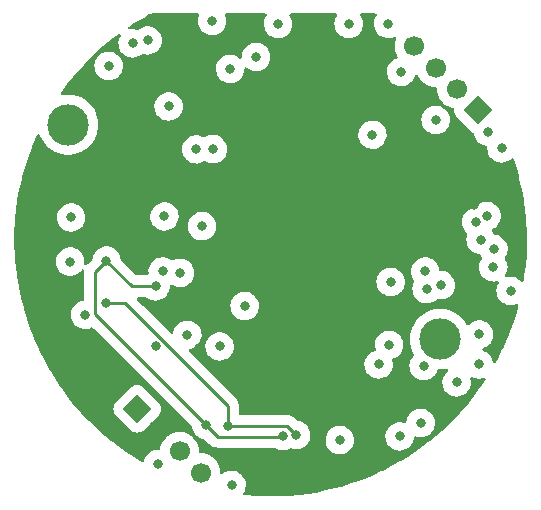
<source format=gbr>
%TF.GenerationSoftware,KiCad,Pcbnew,(6.0.0)*%
%TF.CreationDate,2023-06-19T18:06:32-05:00*%
%TF.ProjectId,RoundScanner,526f756e-6453-4636-916e-6e65722e6b69,1.0*%
%TF.SameCoordinates,Original*%
%TF.FileFunction,Copper,L3,Inr*%
%TF.FilePolarity,Positive*%
%FSLAX46Y46*%
G04 Gerber Fmt 4.6, Leading zero omitted, Abs format (unit mm)*
G04 Created by KiCad (PCBNEW (6.0.0)) date 2023-06-19 18:06:32*
%MOMM*%
%LPD*%
G01*
G04 APERTURE LIST*
G04 Aperture macros list*
%AMHorizOval*
0 Thick line with rounded ends*
0 $1 width*
0 $2 $3 position (X,Y) of the first rounded end (center of the circle)*
0 $4 $5 position (X,Y) of the second rounded end (center of the circle)*
0 Add line between two ends*
20,1,$1,$2,$3,$4,$5,0*
0 Add two circle primitives to create the rounded ends*
1,1,$1,$2,$3*
1,1,$1,$4,$5*%
%AMRotRect*
0 Rectangle, with rotation*
0 The origin of the aperture is its center*
0 $1 length*
0 $2 width*
0 $3 Rotation angle, in degrees counterclockwise*
0 Add horizontal line*
21,1,$1,$2,0,0,$3*%
G04 Aperture macros list end*
%TA.AperFunction,ComponentPad*%
%ADD10C,3.500000*%
%TD*%
%TA.AperFunction,ComponentPad*%
%ADD11RotRect,1.700000X1.700000X45.000000*%
%TD*%
%TA.AperFunction,ComponentPad*%
%ADD12HorizOval,1.700000X0.000000X0.000000X0.000000X0.000000X0*%
%TD*%
%TA.AperFunction,ComponentPad*%
%ADD13RotRect,1.700000X1.700000X225.000000*%
%TD*%
%TA.AperFunction,ComponentPad*%
%ADD14HorizOval,1.700000X0.000000X0.000000X0.000000X0.000000X0*%
%TD*%
%TA.AperFunction,ViaPad*%
%ADD15C,0.800000*%
%TD*%
%TA.AperFunction,Conductor*%
%ADD16C,0.500000*%
%TD*%
%TA.AperFunction,Conductor*%
%ADD17C,0.250000*%
%TD*%
G04 APERTURE END LIST*
D10*
%TO.N,GND*%
%TO.C,H2*%
X72136000Y-97556000D03*
%TD*%
%TO.N,GND*%
%TO.C,H1*%
X103632000Y-115717000D03*
%TD*%
D11*
%TO.N,GND*%
%TO.C,J4*%
X106831000Y-96319000D03*
D12*
%TO.N,LED RESET*%
X105034949Y-94522949D03*
%TO.N,AS7341_INT*%
X103238898Y-92726898D03*
%TO.N,DRDY_INT*%
X101442846Y-90930846D03*
%TD*%
D13*
%TO.N,GND*%
%TO.C,J1*%
X77975672Y-121628317D03*
D14*
%TO.N,+3V3*%
X79771723Y-123424368D03*
%TO.N,SDA*%
X81567774Y-125220419D03*
%TO.N,SCL*%
X83363826Y-127016471D03*
%TD*%
D15*
%TO.N,+3V3*%
X90574204Y-96811500D03*
X78411285Y-107574192D03*
X81941000Y-102869000D03*
X89408000Y-125476000D03*
X76200000Y-105410000D03*
X106531000Y-104319000D03*
X74676000Y-118745000D03*
X93726000Y-116967000D03*
X70871000Y-113929000D03*
X84963000Y-97155000D03*
X85001000Y-113509000D03*
X105871000Y-110849000D03*
X91059000Y-92710000D03*
X91402051Y-100123252D03*
X91331250Y-112159250D03*
X83185000Y-116459000D03*
%TO.N,Net-(C2-Pad2)*%
X88048500Y-91816701D03*
X103251000Y-97155000D03*
%TO.N,/ADC/AIN+*%
X80645000Y-96012000D03*
X78867000Y-90424000D03*
%TO.N,SDA*%
X75381000Y-109069000D03*
X102362000Y-109982000D03*
X90321000Y-123919000D03*
X83819942Y-123004567D03*
X79536989Y-111252000D03*
%TO.N,LED RESET*%
X109601000Y-111633000D03*
%TO.N,Net-(R25-Pad1)*%
X103692257Y-111133368D03*
X108157333Y-108095500D03*
%TO.N,Net-(R26-Pad1)*%
X107061000Y-107315000D03*
X99441000Y-110871000D03*
%TO.N,Net-(R27-Pad1)*%
X106680000Y-105791000D03*
X82991000Y-99649000D03*
%TO.N,Net-(R28-Pad1)*%
X107569000Y-105283000D03*
X84391000Y-99629000D03*
%TO.N,DRDY_INT*%
X72390000Y-105410000D03*
%TO.N,SCL*%
X102487287Y-111476921D03*
X85641000Y-123059000D03*
X75315299Y-112644701D03*
X91440000Y-123825000D03*
%TO.N,Net-(D2-Pad2)*%
X95135000Y-124257513D03*
%TO.N,+1V8*%
X80141999Y-109974704D03*
X82231000Y-115369000D03*
%TO.N,/ADC/AIN2+*%
X75565000Y-92583000D03*
X98425000Y-117856000D03*
%TO.N,/ADC/AIN2-*%
X87080500Y-112919448D03*
X77597000Y-90678000D03*
%TO.N,GND*%
X105029000Y-119380000D03*
X99231000Y-89019000D03*
X102235000Y-117983000D03*
X84963000Y-116332000D03*
X89916000Y-89027000D03*
X107696000Y-98171000D03*
X85852000Y-92837000D03*
X108131000Y-109639000D03*
X99314000Y-116205000D03*
X95885000Y-89027000D03*
X101981000Y-122809000D03*
X81601000Y-110099000D03*
X106934000Y-115316000D03*
X106934000Y-117856000D03*
X108839000Y-99568000D03*
X97901000Y-98409000D03*
X84328000Y-88773000D03*
X100330000Y-93091000D03*
X73571000Y-113649000D03*
X83461000Y-106149000D03*
X72301000Y-109149000D03*
X100203000Y-123952000D03*
X79751000Y-126269000D03*
X79551000Y-116279000D03*
X85971000Y-128069000D03*
%TO.N,AS7341_INT*%
X80291000Y-105329000D03*
%TD*%
D16*
%TO.N,+3V3*%
X91402051Y-100123252D02*
X91402051Y-97639347D01*
X91402051Y-97639347D02*
X90574204Y-96811500D01*
D17*
%TO.N,SDA*%
X74422000Y-110028000D02*
X75381000Y-109069000D01*
X77564000Y-111252000D02*
X79536989Y-111252000D01*
X90271000Y-123969000D02*
X90321000Y-123919000D01*
X75381000Y-109069000D02*
X77564000Y-111252000D01*
X74422000Y-113606625D02*
X74422000Y-110028000D01*
X83819942Y-123004567D02*
X84784375Y-123969000D01*
X83819942Y-123004567D02*
X74422000Y-113606625D01*
X84784375Y-123969000D02*
X90271000Y-123969000D01*
%TO.N,SCL*%
X90674000Y-123059000D02*
X85641000Y-123059000D01*
X76941301Y-112644701D02*
X85641000Y-121344400D01*
X85641000Y-121344400D02*
X85641000Y-123059000D01*
X91440000Y-123825000D02*
X90674000Y-123059000D01*
X75315299Y-112644701D02*
X76941301Y-112644701D01*
%TD*%
%TA.AperFunction,Conductor*%
%TO.N,+3V3*%
G36*
X83167410Y-88155002D02*
G01*
X83213903Y-88208658D01*
X83224007Y-88278932D01*
X83216027Y-88308016D01*
X83214131Y-88311620D01*
X83212422Y-88317125D01*
X83212420Y-88317129D01*
X83159904Y-88486261D01*
X83148703Y-88522333D01*
X83122770Y-88741440D01*
X83137200Y-88961604D01*
X83138621Y-88967200D01*
X83138622Y-88967205D01*
X83188470Y-89163479D01*
X83191511Y-89175452D01*
X83193928Y-89180694D01*
X83193928Y-89180695D01*
X83264514Y-89333806D01*
X83283883Y-89375821D01*
X83411222Y-89556002D01*
X83569264Y-89709961D01*
X83574060Y-89713166D01*
X83574063Y-89713168D01*
X83711930Y-89805287D01*
X83752717Y-89832540D01*
X83758020Y-89834818D01*
X83758023Y-89834820D01*
X83950129Y-89917355D01*
X83955436Y-89919635D01*
X84035088Y-89937658D01*
X84164995Y-89967054D01*
X84165001Y-89967055D01*
X84170632Y-89968329D01*
X84176403Y-89968556D01*
X84176405Y-89968556D01*
X84244211Y-89971220D01*
X84391098Y-89976991D01*
X84500275Y-89961161D01*
X84603738Y-89946160D01*
X84603743Y-89946159D01*
X84609452Y-89945331D01*
X84614916Y-89943476D01*
X84614921Y-89943475D01*
X84812907Y-89876268D01*
X84812912Y-89876266D01*
X84818379Y-89874410D01*
X85010884Y-89766602D01*
X85018634Y-89760157D01*
X85176086Y-89629204D01*
X85180518Y-89625518D01*
X85275008Y-89511907D01*
X85317908Y-89460326D01*
X85317910Y-89460323D01*
X85321602Y-89455884D01*
X85409962Y-89298106D01*
X85426586Y-89268422D01*
X85426587Y-89268420D01*
X85429410Y-89263379D01*
X85431266Y-89257912D01*
X85431268Y-89257907D01*
X85498475Y-89059921D01*
X85498476Y-89059916D01*
X85500331Y-89054452D01*
X85501159Y-89048743D01*
X85501160Y-89048738D01*
X85531458Y-88839772D01*
X85531991Y-88836098D01*
X85533643Y-88773000D01*
X85513454Y-88553289D01*
X85453565Y-88340936D01*
X85441627Y-88316728D01*
X85429437Y-88246786D01*
X85456996Y-88181356D01*
X85515555Y-88141213D01*
X85554633Y-88135000D01*
X88830631Y-88135000D01*
X88898752Y-88155002D01*
X88945245Y-88208658D01*
X88955349Y-88278932D01*
X88929581Y-88339005D01*
X88904863Y-88370360D01*
X88802131Y-88565620D01*
X88736703Y-88776333D01*
X88710770Y-88995440D01*
X88725200Y-89215604D01*
X88726621Y-89221200D01*
X88726622Y-89221205D01*
X88769281Y-89389171D01*
X88779511Y-89429452D01*
X88781928Y-89434694D01*
X88781928Y-89434695D01*
X88818229Y-89513438D01*
X88871883Y-89629821D01*
X88999222Y-89810002D01*
X89157264Y-89963961D01*
X89162060Y-89967166D01*
X89162063Y-89967168D01*
X89243168Y-90021360D01*
X89340717Y-90086540D01*
X89346020Y-90088818D01*
X89346023Y-90088820D01*
X89527783Y-90166910D01*
X89543436Y-90173635D01*
X89613439Y-90189475D01*
X89752995Y-90221054D01*
X89753001Y-90221055D01*
X89758632Y-90222329D01*
X89764403Y-90222556D01*
X89764405Y-90222556D01*
X89832211Y-90225220D01*
X89979098Y-90230991D01*
X90102807Y-90213054D01*
X90191738Y-90200160D01*
X90191743Y-90200159D01*
X90197452Y-90199331D01*
X90202916Y-90197476D01*
X90202921Y-90197475D01*
X90400907Y-90130268D01*
X90400912Y-90130266D01*
X90406379Y-90128410D01*
X90417347Y-90122268D01*
X90501160Y-90075330D01*
X90598884Y-90020602D01*
X90604863Y-90015630D01*
X90764086Y-89883204D01*
X90768518Y-89879518D01*
X90843447Y-89789426D01*
X90905908Y-89714326D01*
X90905910Y-89714323D01*
X90909602Y-89709884D01*
X91007998Y-89534186D01*
X91014586Y-89522422D01*
X91014587Y-89522420D01*
X91017410Y-89517379D01*
X91019266Y-89511912D01*
X91019268Y-89511907D01*
X91086475Y-89313921D01*
X91086476Y-89313916D01*
X91088331Y-89308452D01*
X91089159Y-89302743D01*
X91089160Y-89302738D01*
X91109351Y-89163479D01*
X91119991Y-89090098D01*
X91121643Y-89027000D01*
X91101454Y-88807289D01*
X91092086Y-88774070D01*
X91043134Y-88600500D01*
X91041565Y-88594936D01*
X90943980Y-88397053D01*
X90920660Y-88365824D01*
X90898680Y-88336389D01*
X90873948Y-88269839D01*
X90889122Y-88200483D01*
X90939384Y-88150341D01*
X90999638Y-88135000D01*
X94799631Y-88135000D01*
X94867752Y-88155002D01*
X94914245Y-88208658D01*
X94924349Y-88278932D01*
X94898581Y-88339005D01*
X94873863Y-88370360D01*
X94771131Y-88565620D01*
X94705703Y-88776333D01*
X94679770Y-88995440D01*
X94694200Y-89215604D01*
X94695621Y-89221200D01*
X94695622Y-89221205D01*
X94738281Y-89389171D01*
X94748511Y-89429452D01*
X94750928Y-89434694D01*
X94750928Y-89434695D01*
X94787229Y-89513438D01*
X94840883Y-89629821D01*
X94968222Y-89810002D01*
X95126264Y-89963961D01*
X95131060Y-89967166D01*
X95131063Y-89967168D01*
X95212168Y-90021360D01*
X95309717Y-90086540D01*
X95315020Y-90088818D01*
X95315023Y-90088820D01*
X95496783Y-90166910D01*
X95512436Y-90173635D01*
X95582439Y-90189475D01*
X95721995Y-90221054D01*
X95722001Y-90221055D01*
X95727632Y-90222329D01*
X95733403Y-90222556D01*
X95733405Y-90222556D01*
X95801211Y-90225220D01*
X95948098Y-90230991D01*
X96071807Y-90213054D01*
X96160738Y-90200160D01*
X96160743Y-90200159D01*
X96166452Y-90199331D01*
X96171916Y-90197476D01*
X96171921Y-90197475D01*
X96369907Y-90130268D01*
X96369912Y-90130266D01*
X96375379Y-90128410D01*
X96386347Y-90122268D01*
X96470160Y-90075330D01*
X96567884Y-90020602D01*
X96573863Y-90015630D01*
X96733086Y-89883204D01*
X96737518Y-89879518D01*
X96812447Y-89789426D01*
X96874908Y-89714326D01*
X96874910Y-89714323D01*
X96878602Y-89709884D01*
X96976998Y-89534186D01*
X96983586Y-89522422D01*
X96983587Y-89522420D01*
X96986410Y-89517379D01*
X96988266Y-89511912D01*
X96988268Y-89511907D01*
X97055475Y-89313921D01*
X97055476Y-89313916D01*
X97057331Y-89308452D01*
X97058159Y-89302743D01*
X97058160Y-89302738D01*
X97078351Y-89163479D01*
X97088991Y-89090098D01*
X97090643Y-89027000D01*
X97070454Y-88807289D01*
X97061086Y-88774070D01*
X97012134Y-88600500D01*
X97010565Y-88594936D01*
X96912980Y-88397053D01*
X96889660Y-88365824D01*
X96867680Y-88336389D01*
X96842948Y-88269839D01*
X96858122Y-88200483D01*
X96908384Y-88150341D01*
X96968638Y-88135000D01*
X98139324Y-88135000D01*
X98207445Y-88155002D01*
X98253938Y-88208658D01*
X98264042Y-88278932D01*
X98238275Y-88339004D01*
X98219863Y-88362360D01*
X98117131Y-88557620D01*
X98051703Y-88768333D01*
X98025770Y-88987440D01*
X98040200Y-89207604D01*
X98041621Y-89213200D01*
X98041622Y-89213205D01*
X98091367Y-89409073D01*
X98094511Y-89421452D01*
X98096928Y-89426694D01*
X98096928Y-89426695D01*
X98112432Y-89460326D01*
X98186883Y-89621821D01*
X98314222Y-89802002D01*
X98472264Y-89955961D01*
X98477060Y-89959166D01*
X98477063Y-89959168D01*
X98559072Y-90013964D01*
X98655717Y-90078540D01*
X98661020Y-90080818D01*
X98661023Y-90080820D01*
X98776117Y-90130268D01*
X98858436Y-90165635D01*
X98899426Y-90174910D01*
X99067995Y-90213054D01*
X99068001Y-90213055D01*
X99073632Y-90214329D01*
X99079403Y-90214556D01*
X99079405Y-90214556D01*
X99147211Y-90217220D01*
X99294098Y-90222991D01*
X99423083Y-90204289D01*
X99506738Y-90192160D01*
X99506743Y-90192159D01*
X99512452Y-90191331D01*
X99517916Y-90189476D01*
X99517921Y-90189475D01*
X99715907Y-90122268D01*
X99715912Y-90122266D01*
X99721379Y-90120410D01*
X99742025Y-90108848D01*
X99756779Y-90100585D01*
X99825987Y-90084751D01*
X99892769Y-90108848D01*
X99935922Y-90165225D01*
X99941745Y-90235982D01*
X99934754Y-90258737D01*
X99868273Y-90419236D01*
X99867118Y-90424048D01*
X99808780Y-90667039D01*
X99808779Y-90667045D01*
X99807625Y-90671852D01*
X99787242Y-90930846D01*
X99807625Y-91189840D01*
X99808779Y-91194647D01*
X99808780Y-91194653D01*
X99830600Y-91285537D01*
X99868273Y-91442456D01*
X99870166Y-91447027D01*
X99870167Y-91447029D01*
X99964364Y-91674439D01*
X99967692Y-91682474D01*
X100007115Y-91746806D01*
X100018675Y-91765671D01*
X100037213Y-91834205D01*
X100015756Y-91901882D01*
X99954853Y-91949718D01*
X99930848Y-91958574D01*
X99810957Y-92002804D01*
X99805996Y-92005756D01*
X99805995Y-92005756D01*
X99641498Y-92103622D01*
X99621341Y-92115614D01*
X99455457Y-92261090D01*
X99318863Y-92434360D01*
X99216131Y-92629620D01*
X99150703Y-92840333D01*
X99124770Y-93059440D01*
X99139200Y-93279604D01*
X99140621Y-93285200D01*
X99140622Y-93285205D01*
X99179890Y-93439821D01*
X99193511Y-93493452D01*
X99195928Y-93498694D01*
X99195928Y-93498695D01*
X99231844Y-93576602D01*
X99285883Y-93693821D01*
X99413222Y-93874002D01*
X99571264Y-94027961D01*
X99576060Y-94031166D01*
X99576063Y-94031168D01*
X99660261Y-94087427D01*
X99754717Y-94150540D01*
X99760020Y-94152818D01*
X99760023Y-94152820D01*
X99868595Y-94199466D01*
X99957436Y-94237635D01*
X100037088Y-94255658D01*
X100166995Y-94285054D01*
X100167001Y-94285055D01*
X100172632Y-94286329D01*
X100178403Y-94286556D01*
X100178405Y-94286556D01*
X100246211Y-94289220D01*
X100393098Y-94294991D01*
X100502275Y-94279161D01*
X100605738Y-94264160D01*
X100605743Y-94264159D01*
X100611452Y-94263331D01*
X100616916Y-94261476D01*
X100616921Y-94261475D01*
X100814907Y-94194268D01*
X100814912Y-94194266D01*
X100820379Y-94192410D01*
X101012884Y-94084602D01*
X101031774Y-94068892D01*
X101178086Y-93947204D01*
X101182518Y-93943518D01*
X101244256Y-93869287D01*
X101319908Y-93778326D01*
X101319910Y-93778323D01*
X101323602Y-93773884D01*
X101431410Y-93581379D01*
X101433266Y-93575912D01*
X101433268Y-93575907D01*
X101492673Y-93400903D01*
X101533510Y-93342827D01*
X101599263Y-93316048D01*
X101669055Y-93329069D01*
X101720728Y-93377756D01*
X101728394Y-93393185D01*
X101763744Y-93478526D01*
X101899486Y-93700038D01*
X102068209Y-93897587D01*
X102265758Y-94066310D01*
X102487270Y-94202052D01*
X102491840Y-94203945D01*
X102491844Y-94203947D01*
X102722715Y-94299577D01*
X102727288Y-94301471D01*
X102815622Y-94322678D01*
X102975091Y-94360964D01*
X102975097Y-94360965D01*
X102979904Y-94362119D01*
X103238898Y-94382502D01*
X103243828Y-94382114D01*
X103243835Y-94382114D01*
X103244267Y-94382080D01*
X103244429Y-94382114D01*
X103248783Y-94382114D01*
X103248783Y-94383029D01*
X103313747Y-94396674D01*
X103364308Y-94446515D01*
X103378785Y-94513064D01*
X103379733Y-94513064D01*
X103379733Y-94517424D01*
X103379767Y-94517580D01*
X103379733Y-94518012D01*
X103379733Y-94518019D01*
X103379345Y-94522949D01*
X103399728Y-94781943D01*
X103400882Y-94786750D01*
X103400883Y-94786756D01*
X103415217Y-94846459D01*
X103460376Y-95034559D01*
X103462269Y-95039130D01*
X103462270Y-95039132D01*
X103547784Y-95245579D01*
X103559795Y-95274577D01*
X103695537Y-95496089D01*
X103864260Y-95693638D01*
X104061809Y-95862361D01*
X104283321Y-95998103D01*
X104287891Y-95999996D01*
X104287895Y-95999998D01*
X104518766Y-96095628D01*
X104523339Y-96097522D01*
X104636839Y-96124771D01*
X104731473Y-96147491D01*
X104793042Y-96182843D01*
X104825725Y-96245870D01*
X104827274Y-96284053D01*
X104823354Y-96319000D01*
X104824139Y-96325999D01*
X104833433Y-96408857D01*
X104843372Y-96497472D01*
X104902434Y-96667073D01*
X104997603Y-96819375D01*
X105000769Y-96822929D01*
X105002052Y-96824212D01*
X105334196Y-97156355D01*
X106327071Y-98149229D01*
X106330625Y-98152397D01*
X106443756Y-98223089D01*
X106490926Y-98276150D01*
X106502716Y-98321703D01*
X106505200Y-98359604D01*
X106506622Y-98365202D01*
X106506622Y-98365204D01*
X106558090Y-98567857D01*
X106559511Y-98573452D01*
X106651883Y-98773821D01*
X106779222Y-98954002D01*
X106937264Y-99107961D01*
X106942060Y-99111166D01*
X106942063Y-99111168D01*
X107048826Y-99182504D01*
X107120717Y-99230540D01*
X107126020Y-99232818D01*
X107126023Y-99232820D01*
X107294935Y-99305390D01*
X107323436Y-99317635D01*
X107538632Y-99366329D01*
X107538121Y-99368585D01*
X107593858Y-99393264D01*
X107632930Y-99452542D01*
X107637580Y-99504245D01*
X107634839Y-99527408D01*
X107633770Y-99536440D01*
X107648200Y-99756604D01*
X107649621Y-99762200D01*
X107649622Y-99762205D01*
X107687273Y-99910452D01*
X107702511Y-99970452D01*
X107794883Y-100170821D01*
X107922222Y-100351002D01*
X108080264Y-100504961D01*
X108085060Y-100508166D01*
X108085063Y-100508168D01*
X108201489Y-100585961D01*
X108263717Y-100627540D01*
X108269020Y-100629818D01*
X108269023Y-100629820D01*
X108457556Y-100710820D01*
X108466436Y-100714635D01*
X108523671Y-100727586D01*
X108675995Y-100762054D01*
X108676001Y-100762055D01*
X108681632Y-100763329D01*
X108687403Y-100763556D01*
X108687405Y-100763556D01*
X108755211Y-100766220D01*
X108902098Y-100771991D01*
X109011275Y-100756161D01*
X109114738Y-100741160D01*
X109114743Y-100741159D01*
X109120452Y-100740331D01*
X109125916Y-100738476D01*
X109125921Y-100738475D01*
X109323907Y-100671268D01*
X109323912Y-100671266D01*
X109329379Y-100669410D01*
X109377913Y-100642230D01*
X109472661Y-100589168D01*
X109521884Y-100561602D01*
X109671691Y-100437008D01*
X109736855Y-100408827D01*
X109806911Y-100420350D01*
X109859615Y-100467919D01*
X109872413Y-100495941D01*
X109959511Y-100771764D01*
X110035830Y-101013453D01*
X110107668Y-101240953D01*
X110109173Y-101246101D01*
X110295732Y-101938433D01*
X110348559Y-102134479D01*
X110349843Y-102139679D01*
X110514146Y-102872488D01*
X110551149Y-103037527D01*
X110552212Y-103042795D01*
X110715040Y-103948351D01*
X110715878Y-103953658D01*
X110839948Y-104865342D01*
X110840559Y-104870681D01*
X110884786Y-105346891D01*
X110920502Y-105731452D01*
X110925644Y-105786823D01*
X110926026Y-105792176D01*
X110968637Y-106644422D01*
X110971972Y-106711128D01*
X110972125Y-106716482D01*
X110974336Y-107019124D01*
X110978846Y-107636583D01*
X110978770Y-107641956D01*
X110946255Y-108561448D01*
X110945951Y-108566813D01*
X110874258Y-109484118D01*
X110873725Y-109489465D01*
X110765040Y-110385921D01*
X110762987Y-110402851D01*
X110762229Y-110408156D01*
X110714008Y-110700820D01*
X110705421Y-110752933D01*
X110674610Y-110816895D01*
X110614109Y-110854046D01*
X110543128Y-110852591D01*
X110495568Y-110824973D01*
X110339189Y-110680418D01*
X110339186Y-110680416D01*
X110334949Y-110676499D01*
X110148350Y-110558764D01*
X109943421Y-110477006D01*
X109937761Y-110475880D01*
X109937757Y-110475879D01*
X109732691Y-110435089D01*
X109732688Y-110435089D01*
X109727024Y-110433962D01*
X109721249Y-110433886D01*
X109721245Y-110433886D01*
X109610504Y-110432437D01*
X109506406Y-110431074D01*
X109500709Y-110432053D01*
X109500708Y-110432053D01*
X109465695Y-110438069D01*
X109288957Y-110468438D01*
X109286206Y-110469453D01*
X109216153Y-110467785D01*
X109157357Y-110427990D01*
X109129410Y-110362725D01*
X109141184Y-110292712D01*
X109144572Y-110286225D01*
X109232410Y-110129379D01*
X109234266Y-110123912D01*
X109234268Y-110123907D01*
X109301475Y-109925921D01*
X109301476Y-109925916D01*
X109303331Y-109920452D01*
X109304159Y-109914743D01*
X109304160Y-109914738D01*
X109333283Y-109713879D01*
X109334991Y-109702098D01*
X109336643Y-109639000D01*
X109316454Y-109419289D01*
X109303251Y-109372472D01*
X109281935Y-109296891D01*
X109256565Y-109206936D01*
X109158980Y-109009053D01*
X109123846Y-108962003D01*
X109099114Y-108895453D01*
X109114288Y-108826097D01*
X109127929Y-108806046D01*
X109146190Y-108784089D01*
X109150935Y-108778384D01*
X109243477Y-108613138D01*
X109255919Y-108590922D01*
X109255920Y-108590920D01*
X109258743Y-108585879D01*
X109260599Y-108580412D01*
X109260601Y-108580407D01*
X109327808Y-108382421D01*
X109327809Y-108382416D01*
X109329664Y-108376952D01*
X109330492Y-108371243D01*
X109330493Y-108371238D01*
X109355840Y-108196418D01*
X109361324Y-108158598D01*
X109362976Y-108095500D01*
X109342787Y-107875789D01*
X109282898Y-107663436D01*
X109185313Y-107465553D01*
X109053300Y-107288767D01*
X108891282Y-107138999D01*
X108704683Y-107021264D01*
X108499754Y-106939506D01*
X108494094Y-106938380D01*
X108494090Y-106938379D01*
X108289025Y-106897589D01*
X108289020Y-106897589D01*
X108283357Y-106896462D01*
X108277580Y-106896386D01*
X108277577Y-106896386D01*
X108269853Y-106896285D01*
X108202001Y-106875392D01*
X108158499Y-106826024D01*
X108091535Y-106690234D01*
X108088980Y-106685053D01*
X108007138Y-106575454D01*
X107982406Y-106508905D01*
X107997580Y-106439548D01*
X108047842Y-106389406D01*
X108054831Y-106385954D01*
X108059379Y-106384410D01*
X108064422Y-106381586D01*
X108064426Y-106381584D01*
X108176341Y-106318908D01*
X108251884Y-106276602D01*
X108260823Y-106269168D01*
X108417086Y-106139204D01*
X108421518Y-106135518D01*
X108456977Y-106092884D01*
X108558908Y-105970326D01*
X108558910Y-105970323D01*
X108562602Y-105965884D01*
X108648528Y-105812452D01*
X108667586Y-105778422D01*
X108667587Y-105778420D01*
X108670410Y-105773379D01*
X108672266Y-105767912D01*
X108672268Y-105767907D01*
X108739475Y-105569921D01*
X108739476Y-105569916D01*
X108741331Y-105564452D01*
X108742159Y-105558743D01*
X108742160Y-105558738D01*
X108761346Y-105426413D01*
X108772991Y-105346098D01*
X108774643Y-105283000D01*
X108754454Y-105063289D01*
X108731952Y-104983500D01*
X108706076Y-104891753D01*
X108694565Y-104850936D01*
X108596980Y-104653053D01*
X108576375Y-104625459D01*
X108468420Y-104480891D01*
X108468420Y-104480890D01*
X108464967Y-104476267D01*
X108356951Y-104376418D01*
X108307189Y-104330418D01*
X108307186Y-104330416D01*
X108302949Y-104326499D01*
X108116350Y-104208764D01*
X107911421Y-104127006D01*
X107905761Y-104125880D01*
X107905757Y-104125879D01*
X107700691Y-104085089D01*
X107700688Y-104085089D01*
X107695024Y-104083962D01*
X107689249Y-104083886D01*
X107689245Y-104083886D01*
X107578504Y-104082437D01*
X107474406Y-104081074D01*
X107468709Y-104082053D01*
X107468708Y-104082053D01*
X107262654Y-104117459D01*
X107262653Y-104117459D01*
X107256957Y-104118438D01*
X107049957Y-104194804D01*
X107044996Y-104197756D01*
X107044995Y-104197756D01*
X106946851Y-104256146D01*
X106860341Y-104307614D01*
X106694457Y-104453090D01*
X106690878Y-104457630D01*
X106690877Y-104457631D01*
X106617491Y-104550722D01*
X106559610Y-104591836D01*
X106539881Y-104596897D01*
X106475896Y-104607891D01*
X106373654Y-104625459D01*
X106373653Y-104625459D01*
X106367957Y-104626438D01*
X106160957Y-104702804D01*
X106155996Y-104705756D01*
X106155995Y-104705756D01*
X106083605Y-104748824D01*
X105971341Y-104815614D01*
X105805457Y-104961090D01*
X105668863Y-105134360D01*
X105566131Y-105329620D01*
X105540022Y-105413704D01*
X105507761Y-105517604D01*
X105500703Y-105540333D01*
X105474770Y-105759440D01*
X105489200Y-105979604D01*
X105490621Y-105985200D01*
X105490622Y-105985205D01*
X105540480Y-106181518D01*
X105543511Y-106193452D01*
X105635883Y-106393821D01*
X105763222Y-106574002D01*
X105767356Y-106578029D01*
X105767361Y-106578035D01*
X105916023Y-106722857D01*
X105950861Y-106784718D01*
X105945199Y-106853020D01*
X105947131Y-106853620D01*
X105901208Y-107001518D01*
X105881703Y-107064333D01*
X105855770Y-107283440D01*
X105870200Y-107503604D01*
X105871621Y-107509200D01*
X105871622Y-107509205D01*
X105912206Y-107669000D01*
X105924511Y-107717452D01*
X105926928Y-107722694D01*
X105926928Y-107722695D01*
X105994820Y-107869962D01*
X106016883Y-107917821D01*
X106144222Y-108098002D01*
X106302264Y-108251961D01*
X106307060Y-108255166D01*
X106307063Y-108255168D01*
X106431556Y-108338351D01*
X106485717Y-108374540D01*
X106491020Y-108376818D01*
X106491023Y-108376820D01*
X106573745Y-108412360D01*
X106688436Y-108461635D01*
X106903632Y-108510329D01*
X106909401Y-108510556D01*
X106909404Y-108510556D01*
X106951663Y-108512216D01*
X107018946Y-108534877D01*
X107061143Y-108585367D01*
X107113216Y-108698321D01*
X107116546Y-108703033D01*
X107116549Y-108703038D01*
X107167903Y-108775702D01*
X107190884Y-108842877D01*
X107173899Y-108911812D01*
X107163956Y-108926428D01*
X107119863Y-108982360D01*
X107117174Y-108987471D01*
X107117172Y-108987474D01*
X107080170Y-109057804D01*
X107017131Y-109177620D01*
X106951703Y-109388333D01*
X106925770Y-109607440D01*
X106940200Y-109827604D01*
X106941621Y-109833200D01*
X106941622Y-109833205D01*
X106985305Y-110005204D01*
X106994511Y-110041452D01*
X106996928Y-110046694D01*
X106996928Y-110046695D01*
X107035046Y-110129379D01*
X107086883Y-110241821D01*
X107214222Y-110422002D01*
X107372264Y-110575961D01*
X107377060Y-110579166D01*
X107377063Y-110579168D01*
X107493617Y-110657046D01*
X107555717Y-110698540D01*
X107561020Y-110700818D01*
X107561023Y-110700820D01*
X107682320Y-110752933D01*
X107758436Y-110785635D01*
X107824978Y-110800692D01*
X107967995Y-110833054D01*
X107968001Y-110833055D01*
X107973632Y-110834329D01*
X107979403Y-110834556D01*
X107979405Y-110834556D01*
X108047211Y-110837220D01*
X108194098Y-110842991D01*
X108309441Y-110826267D01*
X108406738Y-110812160D01*
X108406743Y-110812159D01*
X108412452Y-110811331D01*
X108435080Y-110803650D01*
X108506013Y-110800692D01*
X108567287Y-110836554D01*
X108599444Y-110899851D01*
X108592277Y-110970484D01*
X108587090Y-110981630D01*
X108563442Y-111026577D01*
X108487131Y-111171620D01*
X108421703Y-111382333D01*
X108395770Y-111601440D01*
X108410200Y-111821604D01*
X108411621Y-111827200D01*
X108411622Y-111827205D01*
X108442268Y-111947872D01*
X108464511Y-112035452D01*
X108556883Y-112235821D01*
X108684222Y-112416002D01*
X108842264Y-112569961D01*
X108847060Y-112573166D01*
X108847063Y-112573168D01*
X108958154Y-112647396D01*
X109025717Y-112692540D01*
X109031020Y-112694818D01*
X109031023Y-112694820D01*
X109179534Y-112758625D01*
X109228436Y-112779635D01*
X109308088Y-112797658D01*
X109437995Y-112827054D01*
X109438001Y-112827055D01*
X109443632Y-112828329D01*
X109449403Y-112828556D01*
X109449405Y-112828556D01*
X109517211Y-112831220D01*
X109664098Y-112836991D01*
X109773275Y-112821161D01*
X109876738Y-112806160D01*
X109876743Y-112806159D01*
X109882452Y-112805331D01*
X109887916Y-112803476D01*
X109887921Y-112803475D01*
X110091379Y-112734410D01*
X110092120Y-112736592D01*
X110152562Y-112728503D01*
X110216852Y-112758625D01*
X110254652Y-112818722D01*
X110255541Y-112884040D01*
X110198675Y-113108052D01*
X110195898Y-113118991D01*
X110194470Y-113124152D01*
X110109804Y-113406579D01*
X109930257Y-114005505D01*
X109928605Y-114010618D01*
X109627055Y-114879901D01*
X109625186Y-114884939D01*
X109431367Y-115375090D01*
X109297732Y-115713042D01*
X109286851Y-115740558D01*
X109284773Y-115745503D01*
X108916024Y-116572991D01*
X108910248Y-116585952D01*
X108907958Y-116590808D01*
X108813971Y-116779624D01*
X108497967Y-117414466D01*
X108495471Y-117419225D01*
X108353498Y-117676340D01*
X108303059Y-117726305D01*
X108233615Y-117741069D01*
X108167212Y-117715945D01*
X108124934Y-117658909D01*
X108119819Y-117640266D01*
X108119454Y-117636289D01*
X108059565Y-117423936D01*
X107961980Y-117226053D01*
X107956796Y-117219110D01*
X107833420Y-117053891D01*
X107833420Y-117053890D01*
X107829967Y-117049267D01*
X107720571Y-116948142D01*
X107672189Y-116903418D01*
X107672186Y-116903416D01*
X107667949Y-116899499D01*
X107481350Y-116781764D01*
X107278955Y-116701017D01*
X107223096Y-116657196D01*
X107199795Y-116590132D01*
X107216451Y-116521117D01*
X107267775Y-116472063D01*
X107285144Y-116464674D01*
X107418907Y-116419268D01*
X107418912Y-116419266D01*
X107424379Y-116417410D01*
X107456887Y-116399205D01*
X107547182Y-116348637D01*
X107616884Y-116309602D01*
X107621878Y-116305449D01*
X107782086Y-116172204D01*
X107786518Y-116168518D01*
X107828495Y-116118046D01*
X107923908Y-116003326D01*
X107923910Y-116003323D01*
X107927602Y-115998884D01*
X108035410Y-115806379D01*
X108037266Y-115800912D01*
X108037268Y-115800907D01*
X108104475Y-115602921D01*
X108104476Y-115602916D01*
X108106331Y-115597452D01*
X108107159Y-115591743D01*
X108107160Y-115591738D01*
X108134863Y-115400669D01*
X108137991Y-115379098D01*
X108139643Y-115316000D01*
X108119454Y-115096289D01*
X108115273Y-115081462D01*
X108089509Y-114990112D01*
X108059565Y-114883936D01*
X107961980Y-114686053D01*
X107887238Y-114585961D01*
X107833420Y-114513891D01*
X107833420Y-114513890D01*
X107829967Y-114509267D01*
X107708976Y-114397424D01*
X107672189Y-114363418D01*
X107672186Y-114363416D01*
X107667949Y-114359499D01*
X107481350Y-114241764D01*
X107276421Y-114160006D01*
X107270761Y-114158880D01*
X107270757Y-114158879D01*
X107065691Y-114118089D01*
X107065688Y-114118089D01*
X107060024Y-114116962D01*
X107054249Y-114116886D01*
X107054245Y-114116886D01*
X106943504Y-114115437D01*
X106839406Y-114114074D01*
X106833709Y-114115053D01*
X106833708Y-114115053D01*
X106627654Y-114150459D01*
X106627653Y-114150459D01*
X106621957Y-114151438D01*
X106414957Y-114227804D01*
X106409996Y-114230756D01*
X106409995Y-114230756D01*
X106329231Y-114278806D01*
X106225341Y-114340614D01*
X106059457Y-114486090D01*
X106057600Y-114488446D01*
X105996984Y-114523637D01*
X105926060Y-114520430D01*
X105868128Y-114479388D01*
X105860598Y-114468775D01*
X105748809Y-114292624D01*
X105699478Y-114214890D01*
X105494911Y-113967610D01*
X105290496Y-113775652D01*
X105263851Y-113750631D01*
X105263850Y-113750631D01*
X105260964Y-113747920D01*
X105205288Y-113707469D01*
X105004537Y-113561615D01*
X105004532Y-113561612D01*
X105001328Y-113559284D01*
X104942577Y-113526985D01*
X104723559Y-113406579D01*
X104723556Y-113406578D01*
X104720097Y-113404676D01*
X104421706Y-113286534D01*
X104110861Y-113206723D01*
X103792464Y-113166500D01*
X103471536Y-113166500D01*
X103153139Y-113206723D01*
X102842294Y-113286534D01*
X102543903Y-113404676D01*
X102540444Y-113406578D01*
X102540441Y-113406579D01*
X102321424Y-113526985D01*
X102262672Y-113559284D01*
X102259468Y-113561612D01*
X102259463Y-113561615D01*
X102058712Y-113707469D01*
X102003036Y-113747920D01*
X102000150Y-113750631D01*
X102000149Y-113750631D01*
X101973504Y-113775652D01*
X101769089Y-113967610D01*
X101564522Y-114214890D01*
X101392561Y-114485858D01*
X101390877Y-114489437D01*
X101390873Y-114489444D01*
X101267197Y-114752268D01*
X101255916Y-114776242D01*
X101254690Y-114780014D01*
X101254690Y-114780015D01*
X101241869Y-114819475D01*
X101156744Y-115081462D01*
X101096608Y-115396706D01*
X101076457Y-115717000D01*
X101096608Y-116037294D01*
X101156744Y-116352538D01*
X101169466Y-116391692D01*
X101239664Y-116607738D01*
X101255916Y-116657758D01*
X101257603Y-116661344D01*
X101257605Y-116661348D01*
X101361832Y-116882839D01*
X101392561Y-116948142D01*
X101394679Y-116951480D01*
X101394687Y-116951494D01*
X101406825Y-116970620D01*
X101426438Y-117038854D01*
X101406047Y-117106859D01*
X101383518Y-117132866D01*
X101360457Y-117153090D01*
X101356878Y-117157630D01*
X101356877Y-117157631D01*
X101308411Y-117219110D01*
X101223863Y-117326360D01*
X101121131Y-117521620D01*
X101055703Y-117732333D01*
X101029770Y-117951440D01*
X101044200Y-118171604D01*
X101045621Y-118177200D01*
X101045622Y-118177205D01*
X101084724Y-118331167D01*
X101098511Y-118385452D01*
X101100928Y-118390694D01*
X101100928Y-118390695D01*
X101139046Y-118473379D01*
X101190883Y-118585821D01*
X101318222Y-118766002D01*
X101476264Y-118919961D01*
X101481060Y-118923166D01*
X101481063Y-118923168D01*
X101565261Y-118979427D01*
X101659717Y-119042540D01*
X101665020Y-119044818D01*
X101665023Y-119044820D01*
X101775746Y-119092390D01*
X101862436Y-119129635D01*
X101942088Y-119147658D01*
X102071995Y-119177054D01*
X102072001Y-119177055D01*
X102077632Y-119178329D01*
X102083403Y-119178556D01*
X102083405Y-119178556D01*
X102151211Y-119181220D01*
X102298098Y-119186991D01*
X102407275Y-119171161D01*
X102510738Y-119156160D01*
X102510743Y-119156159D01*
X102516452Y-119155331D01*
X102521916Y-119153476D01*
X102521921Y-119153475D01*
X102719907Y-119086268D01*
X102719912Y-119086266D01*
X102725379Y-119084410D01*
X102917884Y-118976602D01*
X102944356Y-118954586D01*
X103083086Y-118839204D01*
X103087518Y-118835518D01*
X103158599Y-118750053D01*
X103224908Y-118670326D01*
X103224910Y-118670323D01*
X103228602Y-118665884D01*
X103336410Y-118473379D01*
X103377274Y-118352998D01*
X103418110Y-118294923D01*
X103483862Y-118268144D01*
X103496586Y-118267500D01*
X103792464Y-118267500D01*
X104110861Y-118227277D01*
X104181699Y-118209089D01*
X104252654Y-118211522D01*
X104311030Y-118251930D01*
X104338293Y-118317484D01*
X104325787Y-118387370D01*
X104296111Y-118425863D01*
X104154457Y-118550090D01*
X104017863Y-118723360D01*
X103915131Y-118918620D01*
X103849703Y-119129333D01*
X103823770Y-119348440D01*
X103838200Y-119568604D01*
X103839621Y-119574200D01*
X103839622Y-119574205D01*
X103870919Y-119697434D01*
X103892511Y-119782452D01*
X103894928Y-119787694D01*
X103894928Y-119787695D01*
X103933046Y-119870379D01*
X103984883Y-119982821D01*
X104112222Y-120163002D01*
X104270264Y-120316961D01*
X104275060Y-120320166D01*
X104275063Y-120320168D01*
X104359261Y-120376427D01*
X104453717Y-120439540D01*
X104459020Y-120441818D01*
X104459023Y-120441820D01*
X104651129Y-120524355D01*
X104656436Y-120526635D01*
X104736088Y-120544658D01*
X104865995Y-120574054D01*
X104866001Y-120574055D01*
X104871632Y-120575329D01*
X104877403Y-120575556D01*
X104877405Y-120575556D01*
X104945211Y-120578220D01*
X105092098Y-120583991D01*
X105201275Y-120568161D01*
X105304738Y-120553160D01*
X105304743Y-120553159D01*
X105310452Y-120552331D01*
X105315916Y-120550476D01*
X105315921Y-120550475D01*
X105513907Y-120483268D01*
X105513912Y-120483266D01*
X105519379Y-120481410D01*
X105711884Y-120373602D01*
X105881518Y-120232518D01*
X106022602Y-120062884D01*
X106130410Y-119870379D01*
X106132266Y-119864912D01*
X106132268Y-119864907D01*
X106199475Y-119666921D01*
X106199476Y-119666916D01*
X106201331Y-119661452D01*
X106202159Y-119655743D01*
X106202160Y-119655738D01*
X106232458Y-119446772D01*
X106232991Y-119443098D01*
X106234643Y-119380000D01*
X106214454Y-119160289D01*
X106187725Y-119065514D01*
X106188485Y-118994524D01*
X106227506Y-118935213D01*
X106292399Y-118906413D01*
X106358731Y-118915547D01*
X106556125Y-119000354D01*
X106556133Y-119000356D01*
X106561436Y-119002635D01*
X106616572Y-119015111D01*
X106770995Y-119050054D01*
X106771001Y-119050055D01*
X106776632Y-119051329D01*
X106782403Y-119051556D01*
X106782405Y-119051556D01*
X106850211Y-119054220D01*
X106997098Y-119059991D01*
X107117455Y-119042540D01*
X107209738Y-119029160D01*
X107209743Y-119029159D01*
X107215452Y-119028331D01*
X107220916Y-119026476D01*
X107220921Y-119026475D01*
X107310148Y-118996186D01*
X107381083Y-118993230D01*
X107442355Y-119029093D01*
X107474512Y-119092390D01*
X107467343Y-119163024D01*
X107455360Y-119185581D01*
X107054670Y-119784262D01*
X107051587Y-119788663D01*
X107044669Y-119798102D01*
X106509795Y-120527910D01*
X106507692Y-120530779D01*
X106504435Y-120535031D01*
X106064437Y-121084603D01*
X105929369Y-121253307D01*
X105925924Y-121257427D01*
X105900191Y-121286899D01*
X105320766Y-121950518D01*
X105317146Y-121954489D01*
X104683008Y-122621125D01*
X104679222Y-122624939D01*
X104017225Y-123263940D01*
X104013280Y-123267589D01*
X103755136Y-123496326D01*
X103377422Y-123831013D01*
X103324632Y-123877789D01*
X103320539Y-123881263D01*
X102775399Y-124324285D01*
X102606495Y-124461549D01*
X102602256Y-124464846D01*
X101864137Y-125014145D01*
X101859783Y-125017243D01*
X101521245Y-125247421D01*
X101098885Y-125534590D01*
X101094378Y-125537516D01*
X100869043Y-125677059D01*
X100319754Y-126017217D01*
X100312130Y-126021938D01*
X100307507Y-126024666D01*
X100266779Y-126047545D01*
X99505314Y-126475294D01*
X99500574Y-126477825D01*
X98948901Y-126757477D01*
X98727151Y-126869886D01*
X98679908Y-126893834D01*
X98675066Y-126896160D01*
X98640474Y-126911879D01*
X97837402Y-127276801D01*
X97832464Y-127278919D01*
X96979334Y-127623497D01*
X96974309Y-127625403D01*
X96107267Y-127933290D01*
X96102166Y-127934980D01*
X95461670Y-128132098D01*
X95222784Y-128205617D01*
X95217619Y-128207087D01*
X94327457Y-128439994D01*
X94322273Y-128441233D01*
X93908663Y-128530800D01*
X93423007Y-128635968D01*
X93417732Y-128636993D01*
X93009027Y-128707405D01*
X92510974Y-128793209D01*
X92505705Y-128794002D01*
X91593110Y-128911413D01*
X91587791Y-128911983D01*
X90952181Y-128966334D01*
X90671020Y-128990376D01*
X90665658Y-128990719D01*
X89746427Y-129029950D01*
X89741054Y-129030065D01*
X88820946Y-129030065D01*
X88815573Y-129029950D01*
X87896342Y-128990719D01*
X87890980Y-128990376D01*
X87373683Y-128946142D01*
X87074141Y-128920528D01*
X87007972Y-128894795D01*
X86966220Y-128837373D01*
X86962140Y-128766494D01*
X86974942Y-128733420D01*
X87069586Y-128564422D01*
X87069587Y-128564420D01*
X87072410Y-128559379D01*
X87074266Y-128553912D01*
X87074268Y-128553907D01*
X87141475Y-128355921D01*
X87141476Y-128355916D01*
X87143331Y-128350452D01*
X87144159Y-128344743D01*
X87144160Y-128344738D01*
X87167552Y-128183403D01*
X87174991Y-128132098D01*
X87176643Y-128069000D01*
X87156454Y-127849289D01*
X87096565Y-127636936D01*
X86998980Y-127439053D01*
X86879403Y-127278920D01*
X86870420Y-127266891D01*
X86870420Y-127266890D01*
X86866967Y-127262267D01*
X86739032Y-127144005D01*
X86709189Y-127116418D01*
X86709186Y-127116416D01*
X86704949Y-127112499D01*
X86518350Y-126994764D01*
X86313421Y-126913006D01*
X86307761Y-126911880D01*
X86307757Y-126911879D01*
X86102691Y-126871089D01*
X86102688Y-126871089D01*
X86097024Y-126869962D01*
X86091249Y-126869886D01*
X86091245Y-126869886D01*
X85980504Y-126868437D01*
X85876406Y-126867074D01*
X85870709Y-126868053D01*
X85870708Y-126868053D01*
X85664654Y-126903459D01*
X85664653Y-126903459D01*
X85658957Y-126904438D01*
X85451957Y-126980804D01*
X85262341Y-127093614D01*
X85240807Y-127112499D01*
X85227906Y-127123813D01*
X85163502Y-127153690D01*
X85093169Y-127144005D01*
X85039238Y-127097833D01*
X85018830Y-127029833D01*
X85019042Y-127023987D01*
X85019042Y-127021401D01*
X85019430Y-127016471D01*
X84999047Y-126757477D01*
X84997893Y-126752670D01*
X84997892Y-126752664D01*
X84939554Y-126509673D01*
X84938399Y-126504861D01*
X84936505Y-126500288D01*
X84840875Y-126269417D01*
X84840873Y-126269413D01*
X84838980Y-126264843D01*
X84703238Y-126043331D01*
X84534515Y-125845782D01*
X84336966Y-125677059D01*
X84115454Y-125541317D01*
X84110884Y-125539424D01*
X84110880Y-125539422D01*
X83880009Y-125443792D01*
X83880007Y-125443791D01*
X83875436Y-125441898D01*
X83787102Y-125420691D01*
X83627633Y-125382405D01*
X83627627Y-125382404D01*
X83622820Y-125381250D01*
X83363826Y-125360867D01*
X83358896Y-125361255D01*
X83358888Y-125361255D01*
X83358456Y-125361289D01*
X83358294Y-125361255D01*
X83353940Y-125361255D01*
X83353940Y-125360340D01*
X83288976Y-125346695D01*
X83238415Y-125296854D01*
X83223938Y-125230305D01*
X83222990Y-125230305D01*
X83222990Y-125225945D01*
X83222956Y-125225789D01*
X83222990Y-125225357D01*
X83222990Y-125225349D01*
X83223378Y-125220419D01*
X83202995Y-124961425D01*
X83201841Y-124956618D01*
X83201840Y-124956612D01*
X83150416Y-124742420D01*
X83142347Y-124708809D01*
X83129386Y-124677518D01*
X83044823Y-124473365D01*
X83044821Y-124473361D01*
X83042928Y-124468791D01*
X82907186Y-124247279D01*
X82738463Y-124049730D01*
X82727255Y-124040157D01*
X82695181Y-124012764D01*
X82540914Y-123881007D01*
X82319402Y-123745265D01*
X82314832Y-123743372D01*
X82314828Y-123743370D01*
X82083957Y-123647740D01*
X82083955Y-123647739D01*
X82079384Y-123645846D01*
X81954838Y-123615945D01*
X81831581Y-123586353D01*
X81831575Y-123586352D01*
X81826768Y-123585198D01*
X81567774Y-123564815D01*
X81308780Y-123585198D01*
X81303973Y-123586352D01*
X81303967Y-123586353D01*
X81180710Y-123615945D01*
X81056164Y-123645846D01*
X81051593Y-123647739D01*
X81051591Y-123647740D01*
X80820720Y-123743370D01*
X80820716Y-123743372D01*
X80816146Y-123745265D01*
X80594634Y-123881007D01*
X80440367Y-124012764D01*
X80408294Y-124040157D01*
X80397085Y-124049730D01*
X80228362Y-124247279D01*
X80092620Y-124468791D01*
X80090727Y-124473361D01*
X80090725Y-124473365D01*
X80006162Y-124677518D01*
X79993201Y-124708809D01*
X79932553Y-124961425D01*
X79932391Y-124963488D01*
X79902319Y-125026918D01*
X79842050Y-125064444D01*
X79806638Y-125069041D01*
X79656406Y-125067074D01*
X79650709Y-125068053D01*
X79650708Y-125068053D01*
X79444654Y-125103459D01*
X79444653Y-125103459D01*
X79438957Y-125104438D01*
X79231957Y-125180804D01*
X79226996Y-125183756D01*
X79226995Y-125183756D01*
X79148754Y-125230305D01*
X79042341Y-125293614D01*
X78876457Y-125439090D01*
X78739863Y-125612360D01*
X78637131Y-125807620D01*
X78571703Y-126018333D01*
X78571484Y-126018265D01*
X78539029Y-126078373D01*
X78476878Y-126112692D01*
X78406039Y-126107961D01*
X78387804Y-126099553D01*
X78295221Y-126047545D01*
X78254493Y-126024666D01*
X78249870Y-126021938D01*
X78242247Y-126017217D01*
X77692957Y-125677059D01*
X77467622Y-125537516D01*
X77463115Y-125534590D01*
X77040755Y-125247421D01*
X76702217Y-125017243D01*
X76697863Y-125014145D01*
X75959744Y-124464846D01*
X75955505Y-124461549D01*
X75786601Y-124324285D01*
X75241461Y-123881263D01*
X75237368Y-123877789D01*
X75184579Y-123831013D01*
X74806864Y-123496326D01*
X74548720Y-123267589D01*
X74544775Y-123263940D01*
X73882778Y-122624939D01*
X73878992Y-122621125D01*
X73244854Y-121954489D01*
X73241234Y-121950518D01*
X72959911Y-121628317D01*
X75968026Y-121628317D01*
X75968811Y-121635316D01*
X75978400Y-121720804D01*
X75988044Y-121806789D01*
X76047106Y-121976390D01*
X76055405Y-121989671D01*
X76139444Y-122124161D01*
X76142275Y-122128692D01*
X76145441Y-122132246D01*
X77471743Y-123458546D01*
X77475297Y-123461714D01*
X77627599Y-123556883D01*
X77797200Y-123615945D01*
X77804193Y-123616729D01*
X77804196Y-123616730D01*
X77968673Y-123635178D01*
X77975672Y-123635963D01*
X77982671Y-123635178D01*
X78147148Y-123616730D01*
X78147151Y-123616729D01*
X78154144Y-123615945D01*
X78323745Y-123556883D01*
X78437975Y-123485504D01*
X78471525Y-123464540D01*
X78471528Y-123464538D01*
X78476047Y-123461714D01*
X78479601Y-123458548D01*
X78811517Y-123126632D01*
X79804637Y-122133510D01*
X79805901Y-122132246D01*
X79809069Y-122128692D01*
X79904238Y-121976390D01*
X79963300Y-121806789D01*
X79972945Y-121720804D01*
X79982533Y-121635316D01*
X79983318Y-121628317D01*
X79963300Y-121449845D01*
X79904238Y-121280244D01*
X79823426Y-121150918D01*
X79811895Y-121132464D01*
X79811893Y-121132461D01*
X79809069Y-121127942D01*
X79805903Y-121124388D01*
X79474010Y-120792495D01*
X78480865Y-119799352D01*
X78479601Y-119798088D01*
X78476047Y-119794920D01*
X78323745Y-119699751D01*
X78154144Y-119640689D01*
X78147151Y-119639905D01*
X78147148Y-119639904D01*
X77982671Y-119621456D01*
X77975672Y-119620671D01*
X77968673Y-119621456D01*
X77804196Y-119639904D01*
X77804193Y-119639905D01*
X77797200Y-119640689D01*
X77627599Y-119699751D01*
X77544614Y-119751606D01*
X77479819Y-119792094D01*
X77479816Y-119792096D01*
X77475297Y-119794920D01*
X77471743Y-119798086D01*
X76145443Y-121124388D01*
X76142275Y-121127942D01*
X76047106Y-121280244D01*
X75988044Y-121449845D01*
X75968026Y-121628317D01*
X72959911Y-121628317D01*
X72661809Y-121286899D01*
X72636076Y-121257427D01*
X72632631Y-121253307D01*
X72497563Y-121084603D01*
X72057565Y-120535031D01*
X72054308Y-120530779D01*
X72052206Y-120527910D01*
X71517331Y-119798102D01*
X71510413Y-119788663D01*
X71507330Y-119784262D01*
X71365723Y-119572683D01*
X70995566Y-119019622D01*
X70992703Y-119015142D01*
X70581953Y-118340907D01*
X70513995Y-118229355D01*
X70511298Y-118224708D01*
X70066529Y-117419225D01*
X70064033Y-117414466D01*
X69748029Y-116779624D01*
X69654042Y-116590808D01*
X69651752Y-116585952D01*
X69645976Y-116572991D01*
X69277227Y-115745503D01*
X69275149Y-115740558D01*
X69264269Y-115713042D01*
X69130633Y-115375090D01*
X68936814Y-114884939D01*
X68934945Y-114879901D01*
X68633395Y-114010618D01*
X68631743Y-114005505D01*
X68452196Y-113406579D01*
X68367530Y-113124152D01*
X68366102Y-113118991D01*
X68363326Y-113108052D01*
X68196794Y-112452039D01*
X68139717Y-112227199D01*
X68138506Y-112221964D01*
X68033136Y-111717598D01*
X67950348Y-111321318D01*
X67949362Y-111316043D01*
X67948595Y-111311389D01*
X67799771Y-110408156D01*
X67799013Y-110402851D01*
X67796961Y-110385921D01*
X67688275Y-109489465D01*
X67687742Y-109484118D01*
X67659084Y-109117440D01*
X71095770Y-109117440D01*
X71096148Y-109123206D01*
X71109398Y-109325360D01*
X71110200Y-109337604D01*
X71111621Y-109343200D01*
X71111622Y-109343205D01*
X71148768Y-109489465D01*
X71164511Y-109551452D01*
X71256883Y-109751821D01*
X71384222Y-109932002D01*
X71542264Y-110085961D01*
X71547060Y-110089166D01*
X71547063Y-110089168D01*
X71673702Y-110173785D01*
X71725717Y-110208540D01*
X71731020Y-110210818D01*
X71731023Y-110210820D01*
X71923129Y-110293355D01*
X71928436Y-110295635D01*
X72008088Y-110313658D01*
X72137995Y-110343054D01*
X72138001Y-110343055D01*
X72143632Y-110344329D01*
X72149403Y-110344556D01*
X72149405Y-110344556D01*
X72217211Y-110347220D01*
X72364098Y-110352991D01*
X72473275Y-110337161D01*
X72576738Y-110322160D01*
X72576743Y-110322159D01*
X72582452Y-110321331D01*
X72587916Y-110319476D01*
X72587921Y-110319475D01*
X72785907Y-110252268D01*
X72785912Y-110252266D01*
X72791379Y-110250410D01*
X72816082Y-110236576D01*
X72871875Y-110205330D01*
X72983884Y-110142602D01*
X73005098Y-110124959D01*
X73149086Y-110005204D01*
X73153518Y-110001518D01*
X73277138Y-109852882D01*
X73336076Y-109813299D01*
X73407058Y-109811863D01*
X73467548Y-109849030D01*
X73498341Y-109913002D01*
X73499839Y-109940050D01*
X73499209Y-109952065D01*
X73498692Y-109958636D01*
X73496844Y-109976222D01*
X73496500Y-109979496D01*
X73496500Y-110000464D01*
X73496327Y-110007058D01*
X73493329Y-110064267D01*
X73492677Y-110076703D01*
X73493709Y-110083219D01*
X73494949Y-110091047D01*
X73496500Y-110110758D01*
X73496500Y-112337425D01*
X73476498Y-112405546D01*
X73422842Y-112452039D01*
X73391838Y-112461605D01*
X73264654Y-112483459D01*
X73264653Y-112483459D01*
X73258957Y-112484438D01*
X73051957Y-112560804D01*
X73046996Y-112563756D01*
X73046995Y-112563756D01*
X72870465Y-112668781D01*
X72862341Y-112673614D01*
X72696457Y-112819090D01*
X72559863Y-112992360D01*
X72457131Y-113187620D01*
X72391703Y-113398333D01*
X72365770Y-113617440D01*
X72380200Y-113837604D01*
X72381621Y-113843200D01*
X72381622Y-113843205D01*
X72415292Y-113975778D01*
X72434511Y-114051452D01*
X72436928Y-114056694D01*
X72436928Y-114056695D01*
X72467593Y-114123212D01*
X72526883Y-114251821D01*
X72654222Y-114432002D01*
X72812264Y-114585961D01*
X72817060Y-114589166D01*
X72817063Y-114589168D01*
X72953318Y-114680210D01*
X72995717Y-114708540D01*
X73001020Y-114710818D01*
X73001023Y-114710820D01*
X73162079Y-114780015D01*
X73198436Y-114795635D01*
X73278088Y-114813658D01*
X73407995Y-114843054D01*
X73408001Y-114843055D01*
X73413632Y-114844329D01*
X73419403Y-114844556D01*
X73419405Y-114844556D01*
X73487211Y-114847220D01*
X73634098Y-114852991D01*
X73743275Y-114837161D01*
X73846738Y-114822160D01*
X73846743Y-114822159D01*
X73852452Y-114821331D01*
X73857916Y-114819476D01*
X73857921Y-114819475D01*
X74055907Y-114752268D01*
X74055912Y-114752266D01*
X74061379Y-114750410D01*
X74103514Y-114726813D01*
X74172719Y-114710980D01*
X74239502Y-114735076D01*
X74254173Y-114747653D01*
X82590660Y-123084140D01*
X82624686Y-123146452D01*
X82627295Y-123164993D01*
X82628695Y-123186358D01*
X82629142Y-123193171D01*
X82683453Y-123407019D01*
X82775825Y-123607388D01*
X82903164Y-123787569D01*
X83061206Y-123941528D01*
X83066002Y-123944733D01*
X83066005Y-123944735D01*
X83205291Y-124037802D01*
X83244659Y-124064107D01*
X83249962Y-124066385D01*
X83249965Y-124066387D01*
X83355949Y-124111921D01*
X83447378Y-124151202D01*
X83662574Y-124199896D01*
X83668347Y-124200123D01*
X83670049Y-124200347D01*
X83734975Y-124229072D01*
X83742694Y-124236174D01*
X84071429Y-124564909D01*
X84084268Y-124579941D01*
X84092806Y-124591692D01*
X84097708Y-124596105D01*
X84097709Y-124596107D01*
X84144646Y-124638369D01*
X84149430Y-124642910D01*
X84164245Y-124657725D01*
X84171900Y-124663924D01*
X84180539Y-124670920D01*
X84185554Y-124675204D01*
X84232470Y-124717447D01*
X84232474Y-124717450D01*
X84237383Y-124721870D01*
X84249963Y-124729133D01*
X84266248Y-124740326D01*
X84272401Y-124745308D01*
X84277535Y-124749465D01*
X84283419Y-124752463D01*
X84339658Y-124781118D01*
X84345456Y-124784266D01*
X84400149Y-124815843D01*
X84400151Y-124815844D01*
X84405867Y-124819144D01*
X84419674Y-124823630D01*
X84437938Y-124831195D01*
X84444998Y-124834792D01*
X84450878Y-124837788D01*
X84518260Y-124855843D01*
X84524571Y-124857713D01*
X84590893Y-124879262D01*
X84605326Y-124880779D01*
X84624768Y-124884382D01*
X84638797Y-124888141D01*
X84645389Y-124888486D01*
X84645392Y-124888487D01*
X84708437Y-124891791D01*
X84715011Y-124892308D01*
X84732597Y-124894156D01*
X84732599Y-124894156D01*
X84735871Y-124894500D01*
X84756839Y-124894500D01*
X84763433Y-124894673D01*
X84826486Y-124897978D01*
X84826491Y-124897978D01*
X84833078Y-124898323D01*
X84847424Y-124896051D01*
X84867133Y-124894500D01*
X89581720Y-124894500D01*
X89651722Y-124915735D01*
X89710614Y-124955085D01*
X89745717Y-124978540D01*
X89751020Y-124980818D01*
X89751023Y-124980820D01*
X89924306Y-125055268D01*
X89948436Y-125065635D01*
X90028088Y-125083658D01*
X90157995Y-125113054D01*
X90158001Y-125113055D01*
X90163632Y-125114329D01*
X90169403Y-125114556D01*
X90169405Y-125114556D01*
X90237211Y-125117220D01*
X90384098Y-125122991D01*
X90504048Y-125105599D01*
X90596738Y-125092160D01*
X90596743Y-125092159D01*
X90602452Y-125091331D01*
X90607916Y-125089476D01*
X90607921Y-125089475D01*
X90805911Y-125022266D01*
X90811379Y-125020410D01*
X90917610Y-124960918D01*
X90986818Y-124945085D01*
X91028913Y-124955085D01*
X91062125Y-124969354D01*
X91062132Y-124969356D01*
X91067436Y-124971635D01*
X91108028Y-124980820D01*
X91276995Y-125019054D01*
X91277001Y-125019055D01*
X91282632Y-125020329D01*
X91288403Y-125020556D01*
X91288405Y-125020556D01*
X91356211Y-125023220D01*
X91503098Y-125028991D01*
X91623455Y-125011540D01*
X91715738Y-124998160D01*
X91715743Y-124998159D01*
X91721452Y-124997331D01*
X91726916Y-124995476D01*
X91726921Y-124995475D01*
X91924907Y-124928268D01*
X91924912Y-124928266D01*
X91930379Y-124926410D01*
X91987050Y-124894673D01*
X92048366Y-124860334D01*
X92122884Y-124818602D01*
X92135387Y-124808204D01*
X92288086Y-124681204D01*
X92292518Y-124677518D01*
X92327977Y-124634884D01*
X92429908Y-124512326D01*
X92429910Y-124512323D01*
X92433602Y-124507884D01*
X92519528Y-124354452D01*
X92538586Y-124320422D01*
X92538587Y-124320420D01*
X92541410Y-124315379D01*
X92543266Y-124309912D01*
X92543268Y-124309907D01*
X92571766Y-124225953D01*
X93929770Y-124225953D01*
X93944200Y-124446117D01*
X93945621Y-124451713D01*
X93945622Y-124451718D01*
X93997090Y-124654370D01*
X93998511Y-124659965D01*
X94000928Y-124665207D01*
X94000928Y-124665208D01*
X94073962Y-124823630D01*
X94090883Y-124860334D01*
X94218222Y-125040515D01*
X94376264Y-125194474D01*
X94381060Y-125197679D01*
X94381063Y-125197681D01*
X94465261Y-125253940D01*
X94559717Y-125317053D01*
X94565020Y-125319331D01*
X94565023Y-125319333D01*
X94708236Y-125380862D01*
X94762436Y-125404148D01*
X94842088Y-125422171D01*
X94971995Y-125451567D01*
X94972001Y-125451568D01*
X94977632Y-125452842D01*
X94983403Y-125453069D01*
X94983405Y-125453069D01*
X95051211Y-125455733D01*
X95198098Y-125461504D01*
X95320255Y-125443792D01*
X95410738Y-125430673D01*
X95410743Y-125430672D01*
X95416452Y-125429844D01*
X95421916Y-125427989D01*
X95421921Y-125427988D01*
X95619907Y-125360781D01*
X95619912Y-125360779D01*
X95625379Y-125358923D01*
X95817884Y-125251115D01*
X95842906Y-125230305D01*
X95983086Y-125113717D01*
X95987518Y-125110031D01*
X96033064Y-125055268D01*
X96124908Y-124944839D01*
X96124910Y-124944836D01*
X96128602Y-124940397D01*
X96196507Y-124819144D01*
X96233586Y-124752935D01*
X96233587Y-124752933D01*
X96236410Y-124747892D01*
X96238266Y-124742425D01*
X96238268Y-124742420D01*
X96305475Y-124544434D01*
X96305476Y-124544429D01*
X96307331Y-124538965D01*
X96308159Y-124533256D01*
X96308160Y-124533251D01*
X96334084Y-124354452D01*
X96338991Y-124320611D01*
X96340643Y-124257513D01*
X96320454Y-124037802D01*
X96287355Y-123920440D01*
X98997770Y-123920440D01*
X99012200Y-124140604D01*
X99013621Y-124146200D01*
X99013622Y-124146205D01*
X99039292Y-124247279D01*
X99066511Y-124354452D01*
X99068928Y-124359694D01*
X99068928Y-124359695D01*
X99106111Y-124440350D01*
X99158883Y-124554821D01*
X99286222Y-124735002D01*
X99444264Y-124888961D01*
X99449060Y-124892166D01*
X99449063Y-124892168D01*
X99564581Y-124969354D01*
X99627717Y-125011540D01*
X99633020Y-125013818D01*
X99633023Y-125013820D01*
X99813435Y-125091331D01*
X99830436Y-125098635D01*
X99900797Y-125114556D01*
X100039995Y-125146054D01*
X100040001Y-125146055D01*
X100045632Y-125147329D01*
X100051403Y-125147556D01*
X100051405Y-125147556D01*
X100119211Y-125150220D01*
X100266098Y-125155991D01*
X100375275Y-125140161D01*
X100478738Y-125125160D01*
X100478743Y-125125159D01*
X100484452Y-125124331D01*
X100489916Y-125122476D01*
X100489921Y-125122475D01*
X100687907Y-125055268D01*
X100687912Y-125055266D01*
X100693379Y-125053410D01*
X100885884Y-124945602D01*
X100892143Y-124940397D01*
X101051086Y-124808204D01*
X101055518Y-124804518D01*
X101118217Y-124729131D01*
X101192908Y-124639326D01*
X101192910Y-124639323D01*
X101196602Y-124634884D01*
X101304410Y-124442379D01*
X101306266Y-124436912D01*
X101306268Y-124436907D01*
X101373475Y-124238921D01*
X101373476Y-124238916D01*
X101375331Y-124233452D01*
X101376159Y-124227743D01*
X101376160Y-124227738D01*
X101403358Y-124040157D01*
X101432928Y-123975611D01*
X101492700Y-123937299D01*
X101563696Y-123937383D01*
X101577793Y-123942470D01*
X101603124Y-123953353D01*
X101603126Y-123953354D01*
X101608436Y-123955635D01*
X101688088Y-123973658D01*
X101817995Y-124003054D01*
X101818001Y-124003055D01*
X101823632Y-124004329D01*
X101829403Y-124004556D01*
X101829405Y-124004556D01*
X101897211Y-124007220D01*
X102044098Y-124012991D01*
X102153275Y-123997161D01*
X102256738Y-123982160D01*
X102256743Y-123982159D01*
X102262452Y-123981331D01*
X102267916Y-123979476D01*
X102267921Y-123979475D01*
X102465907Y-123912268D01*
X102465912Y-123912266D01*
X102471379Y-123910410D01*
X102663884Y-123802602D01*
X102671663Y-123796133D01*
X102829086Y-123665204D01*
X102833518Y-123661518D01*
X102873347Y-123613629D01*
X102970908Y-123496326D01*
X102970910Y-123496323D01*
X102974602Y-123491884D01*
X103082410Y-123299379D01*
X103084266Y-123293912D01*
X103084268Y-123293907D01*
X103151475Y-123095921D01*
X103151476Y-123095916D01*
X103153331Y-123090452D01*
X103154159Y-123084743D01*
X103154160Y-123084738D01*
X103184458Y-122875772D01*
X103184991Y-122872098D01*
X103186643Y-122809000D01*
X103166454Y-122589289D01*
X103106565Y-122376936D01*
X103008980Y-122179053D01*
X102985828Y-122148048D01*
X102880420Y-122006891D01*
X102880420Y-122006890D01*
X102876967Y-122002267D01*
X102714949Y-121852499D01*
X102528350Y-121734764D01*
X102323421Y-121653006D01*
X102317761Y-121651880D01*
X102317757Y-121651879D01*
X102112691Y-121611089D01*
X102112688Y-121611089D01*
X102107024Y-121609962D01*
X102101249Y-121609886D01*
X102101245Y-121609886D01*
X101990504Y-121608437D01*
X101886406Y-121607074D01*
X101880709Y-121608053D01*
X101880708Y-121608053D01*
X101674654Y-121643459D01*
X101674653Y-121643459D01*
X101668957Y-121644438D01*
X101461957Y-121720804D01*
X101456996Y-121723756D01*
X101456995Y-121723756D01*
X101317430Y-121806789D01*
X101272341Y-121833614D01*
X101106457Y-121979090D01*
X100969863Y-122152360D01*
X100867131Y-122347620D01*
X100801703Y-122558333D01*
X100801024Y-122564070D01*
X100782585Y-122719857D01*
X100754714Y-122785155D01*
X100695966Y-122825018D01*
X100624991Y-122826792D01*
X100610778Y-122822080D01*
X100545421Y-122796006D01*
X100539761Y-122794880D01*
X100539757Y-122794879D01*
X100334691Y-122754089D01*
X100334688Y-122754089D01*
X100329024Y-122752962D01*
X100323249Y-122752886D01*
X100323245Y-122752886D01*
X100212504Y-122751437D01*
X100108406Y-122750074D01*
X100102709Y-122751053D01*
X100102708Y-122751053D01*
X99896654Y-122786459D01*
X99896653Y-122786459D01*
X99890957Y-122787438D01*
X99683957Y-122863804D01*
X99494341Y-122976614D01*
X99328457Y-123122090D01*
X99191863Y-123295360D01*
X99089131Y-123490620D01*
X99023703Y-123701333D01*
X98997770Y-123920440D01*
X96287355Y-123920440D01*
X96260565Y-123825449D01*
X96162980Y-123627566D01*
X96131053Y-123584810D01*
X96034420Y-123455404D01*
X96034420Y-123455403D01*
X96030967Y-123450780D01*
X95868949Y-123301012D01*
X95682350Y-123183277D01*
X95477421Y-123101519D01*
X95471761Y-123100393D01*
X95471757Y-123100392D01*
X95266691Y-123059602D01*
X95266688Y-123059602D01*
X95261024Y-123058475D01*
X95255249Y-123058399D01*
X95255245Y-123058399D01*
X95144504Y-123056950D01*
X95040406Y-123055587D01*
X95034709Y-123056566D01*
X95034708Y-123056566D01*
X94828654Y-123091972D01*
X94828653Y-123091972D01*
X94822957Y-123092951D01*
X94615957Y-123169317D01*
X94610996Y-123172269D01*
X94610995Y-123172269D01*
X94456911Y-123263940D01*
X94426341Y-123282127D01*
X94260457Y-123427603D01*
X94123863Y-123600873D01*
X94021131Y-123796133D01*
X93955703Y-124006846D01*
X93929770Y-124225953D01*
X92571766Y-124225953D01*
X92610475Y-124111921D01*
X92610476Y-124111916D01*
X92612331Y-124106452D01*
X92613159Y-124100743D01*
X92613160Y-124100738D01*
X92634014Y-123956910D01*
X92643991Y-123888098D01*
X92645643Y-123825000D01*
X92625454Y-123605289D01*
X92619679Y-123584810D01*
X92583707Y-123457265D01*
X92565565Y-123392936D01*
X92467980Y-123195053D01*
X92459187Y-123183277D01*
X92339420Y-123022891D01*
X92339420Y-123022890D01*
X92335967Y-123018267D01*
X92173949Y-122868499D01*
X91987350Y-122750764D01*
X91782421Y-122669006D01*
X91776761Y-122667880D01*
X91776757Y-122667879D01*
X91583279Y-122629394D01*
X91518765Y-122594910D01*
X91386947Y-122463092D01*
X91374110Y-122448064D01*
X91365569Y-122436308D01*
X91313729Y-122389631D01*
X91308945Y-122385090D01*
X91294130Y-122370275D01*
X91286475Y-122364076D01*
X91277836Y-122357080D01*
X91272821Y-122352796D01*
X91225905Y-122310553D01*
X91225901Y-122310550D01*
X91220992Y-122306130D01*
X91208412Y-122298867D01*
X91192127Y-122287674D01*
X91185974Y-122282692D01*
X91185972Y-122282690D01*
X91180840Y-122278535D01*
X91118717Y-122246882D01*
X91112919Y-122243734D01*
X91058226Y-122212157D01*
X91058224Y-122212156D01*
X91052508Y-122208856D01*
X91038700Y-122204370D01*
X91020437Y-122196805D01*
X91013377Y-122193208D01*
X91007497Y-122190212D01*
X90940115Y-122172157D01*
X90933804Y-122170287D01*
X90894357Y-122157470D01*
X90873761Y-122150778D01*
X90873760Y-122150778D01*
X90867482Y-122148738D01*
X90853049Y-122147221D01*
X90833607Y-122143618D01*
X90819578Y-122139859D01*
X90812986Y-122139514D01*
X90812983Y-122139513D01*
X90749938Y-122136209D01*
X90743364Y-122135692D01*
X90725778Y-122133844D01*
X90725776Y-122133844D01*
X90722504Y-122133500D01*
X90701536Y-122133500D01*
X90694942Y-122133327D01*
X90631889Y-122130022D01*
X90631884Y-122130022D01*
X90625297Y-122129677D01*
X90610951Y-122131949D01*
X90591242Y-122133500D01*
X86692500Y-122133500D01*
X86624379Y-122113498D01*
X86577886Y-122059842D01*
X86566500Y-122007500D01*
X86566500Y-121427158D01*
X86568051Y-121407447D01*
X86569291Y-121399619D01*
X86570323Y-121393103D01*
X86566673Y-121323458D01*
X86566500Y-121316864D01*
X86566500Y-121295896D01*
X86566156Y-121292622D01*
X86564308Y-121275036D01*
X86563791Y-121268462D01*
X86560487Y-121205417D01*
X86560486Y-121205414D01*
X86560141Y-121198822D01*
X86556382Y-121184793D01*
X86552779Y-121165351D01*
X86551952Y-121157484D01*
X86551262Y-121150918D01*
X86529713Y-121084596D01*
X86527841Y-121078278D01*
X86511496Y-121017277D01*
X86511496Y-121017276D01*
X86509788Y-121010903D01*
X86503195Y-120997963D01*
X86495630Y-120979699D01*
X86491144Y-120965892D01*
X86487843Y-120960174D01*
X86456266Y-120905481D01*
X86453118Y-120899683D01*
X86424463Y-120843444D01*
X86421465Y-120837560D01*
X86417308Y-120832426D01*
X86412326Y-120826273D01*
X86401131Y-120809985D01*
X86393870Y-120797408D01*
X86389450Y-120792499D01*
X86389447Y-120792495D01*
X86347204Y-120745579D01*
X86342920Y-120740564D01*
X86331801Y-120726834D01*
X86329725Y-120724270D01*
X86314910Y-120709455D01*
X86310369Y-120704671D01*
X86268107Y-120657734D01*
X86268105Y-120657733D01*
X86263692Y-120652831D01*
X86251941Y-120644293D01*
X86236909Y-120631454D01*
X83429895Y-117824440D01*
X97219770Y-117824440D01*
X97234200Y-118044604D01*
X97235621Y-118050200D01*
X97235622Y-118050205D01*
X97279763Y-118224006D01*
X97288511Y-118258452D01*
X97290928Y-118263694D01*
X97290928Y-118263695D01*
X97329046Y-118346379D01*
X97380883Y-118458821D01*
X97508222Y-118639002D01*
X97666264Y-118792961D01*
X97671060Y-118796166D01*
X97671063Y-118796168D01*
X97755261Y-118852427D01*
X97849717Y-118915540D01*
X97855020Y-118917818D01*
X97855023Y-118917820D01*
X98047127Y-119000354D01*
X98052436Y-119002635D01*
X98107572Y-119015111D01*
X98261995Y-119050054D01*
X98262001Y-119050055D01*
X98267632Y-119051329D01*
X98273403Y-119051556D01*
X98273405Y-119051556D01*
X98341211Y-119054220D01*
X98488098Y-119059991D01*
X98608455Y-119042540D01*
X98700738Y-119029160D01*
X98700743Y-119029159D01*
X98706452Y-119028331D01*
X98711916Y-119026476D01*
X98711921Y-119026475D01*
X98909907Y-118959268D01*
X98909912Y-118959266D01*
X98915379Y-118957410D01*
X98974791Y-118924138D01*
X99006441Y-118906413D01*
X99107884Y-118849602D01*
X99120387Y-118839204D01*
X99273086Y-118712204D01*
X99277518Y-118708518D01*
X99312977Y-118665884D01*
X99414908Y-118543326D01*
X99414910Y-118543323D01*
X99418602Y-118538884D01*
X99504528Y-118385452D01*
X99523586Y-118351422D01*
X99523587Y-118351420D01*
X99526410Y-118346379D01*
X99528266Y-118340912D01*
X99528268Y-118340907D01*
X99595475Y-118142921D01*
X99595476Y-118142916D01*
X99597331Y-118137452D01*
X99598159Y-118131743D01*
X99598160Y-118131738D01*
X99621844Y-117968387D01*
X99628991Y-117919098D01*
X99630643Y-117856000D01*
X99610454Y-117636289D01*
X99579725Y-117527329D01*
X99574947Y-117510389D01*
X99575707Y-117439397D01*
X99614728Y-117380085D01*
X99655714Y-117356875D01*
X99733279Y-117330545D01*
X99804379Y-117306410D01*
X99865523Y-117272168D01*
X99938615Y-117231234D01*
X99996884Y-117198602D01*
X100009387Y-117188204D01*
X100162086Y-117061204D01*
X100166518Y-117057518D01*
X100201977Y-117014884D01*
X100303908Y-116892326D01*
X100303910Y-116892323D01*
X100307602Y-116887884D01*
X100393528Y-116734452D01*
X100412586Y-116700422D01*
X100412587Y-116700420D01*
X100415410Y-116695379D01*
X100417266Y-116689912D01*
X100417268Y-116689907D01*
X100484475Y-116491921D01*
X100484476Y-116491916D01*
X100486331Y-116486452D01*
X100487159Y-116480743D01*
X100487160Y-116480738D01*
X100506346Y-116348413D01*
X100517991Y-116268098D01*
X100519643Y-116205000D01*
X100499454Y-115985289D01*
X100476952Y-115905500D01*
X100448997Y-115806379D01*
X100439565Y-115772936D01*
X100341980Y-115575053D01*
X100290888Y-115506632D01*
X100213420Y-115402891D01*
X100213420Y-115402890D01*
X100209967Y-115398267D01*
X100047949Y-115248499D01*
X99861350Y-115130764D01*
X99656421Y-115049006D01*
X99650761Y-115047880D01*
X99650757Y-115047879D01*
X99445691Y-115007089D01*
X99445688Y-115007089D01*
X99440024Y-115005962D01*
X99434249Y-115005886D01*
X99434245Y-115005886D01*
X99323504Y-115004437D01*
X99219406Y-115003074D01*
X99213709Y-115004053D01*
X99213708Y-115004053D01*
X99007654Y-115039459D01*
X99007653Y-115039459D01*
X99001957Y-115040438D01*
X98794957Y-115116804D01*
X98789996Y-115119756D01*
X98789995Y-115119756D01*
X98691851Y-115178146D01*
X98605341Y-115229614D01*
X98439457Y-115375090D01*
X98302863Y-115548360D01*
X98200131Y-115743620D01*
X98134703Y-115954333D01*
X98108770Y-116173440D01*
X98123200Y-116393604D01*
X98124621Y-116399200D01*
X98124622Y-116399205D01*
X98129246Y-116417410D01*
X98160719Y-116541331D01*
X98163557Y-116552507D01*
X98160939Y-116623455D01*
X98120379Y-116681725D01*
X98085045Y-116701735D01*
X98081481Y-116703050D01*
X97905957Y-116767804D01*
X97900996Y-116770756D01*
X97900995Y-116770756D01*
X97823423Y-116816907D01*
X97716341Y-116880614D01*
X97550457Y-117026090D01*
X97413863Y-117199360D01*
X97311131Y-117394620D01*
X97245703Y-117605333D01*
X97219770Y-117824440D01*
X83429895Y-117824440D01*
X82370817Y-116765362D01*
X82336791Y-116703050D01*
X82341856Y-116632235D01*
X82384403Y-116575399D01*
X82441831Y-116551571D01*
X82475828Y-116546641D01*
X82512452Y-116541331D01*
X82517916Y-116539476D01*
X82517921Y-116539475D01*
X82715907Y-116472268D01*
X82715912Y-116472266D01*
X82721379Y-116470410D01*
X82728581Y-116466377D01*
X82821060Y-116414586D01*
X82913884Y-116362602D01*
X82921445Y-116356314D01*
X82988625Y-116300440D01*
X83757770Y-116300440D01*
X83772200Y-116520604D01*
X83773621Y-116526200D01*
X83773622Y-116526205D01*
X83818202Y-116701735D01*
X83826511Y-116734452D01*
X83828928Y-116739694D01*
X83828928Y-116739695D01*
X83897245Y-116887884D01*
X83918883Y-116934821D01*
X84046222Y-117115002D01*
X84204264Y-117268961D01*
X84209060Y-117272166D01*
X84209063Y-117272168D01*
X84298423Y-117331876D01*
X84387717Y-117391540D01*
X84393020Y-117393818D01*
X84393023Y-117393820D01*
X84561935Y-117466390D01*
X84590436Y-117478635D01*
X84670088Y-117496658D01*
X84799995Y-117526054D01*
X84800001Y-117526055D01*
X84805632Y-117527329D01*
X84811403Y-117527556D01*
X84811405Y-117527556D01*
X84879211Y-117530220D01*
X85026098Y-117535991D01*
X85135275Y-117520161D01*
X85238738Y-117505160D01*
X85238743Y-117505159D01*
X85244452Y-117504331D01*
X85249916Y-117502476D01*
X85249921Y-117502475D01*
X85447907Y-117435268D01*
X85447912Y-117435266D01*
X85453379Y-117433410D01*
X85482880Y-117416889D01*
X85553515Y-117377331D01*
X85645884Y-117325602D01*
X85666729Y-117308266D01*
X85811086Y-117188204D01*
X85815518Y-117184518D01*
X85841657Y-117153090D01*
X85952908Y-117019326D01*
X85952910Y-117019323D01*
X85956602Y-117014884D01*
X86064410Y-116822379D01*
X86066266Y-116816912D01*
X86066268Y-116816907D01*
X86133475Y-116618921D01*
X86133476Y-116618916D01*
X86135331Y-116613452D01*
X86136159Y-116607743D01*
X86136160Y-116607738D01*
X86156967Y-116464230D01*
X86166991Y-116395098D01*
X86168643Y-116332000D01*
X86148454Y-116112289D01*
X86132409Y-116055395D01*
X86112637Y-115985289D01*
X86088565Y-115899936D01*
X85990980Y-115702053D01*
X85956532Y-115655921D01*
X85862420Y-115529891D01*
X85862420Y-115529890D01*
X85858967Y-115525267D01*
X85751719Y-115426128D01*
X85701189Y-115379418D01*
X85701186Y-115379416D01*
X85696949Y-115375499D01*
X85510350Y-115257764D01*
X85305421Y-115176006D01*
X85299761Y-115174880D01*
X85299757Y-115174879D01*
X85094691Y-115134089D01*
X85094688Y-115134089D01*
X85089024Y-115132962D01*
X85083249Y-115132886D01*
X85083245Y-115132886D01*
X84972504Y-115131437D01*
X84868406Y-115130074D01*
X84862709Y-115131053D01*
X84862708Y-115131053D01*
X84656654Y-115166459D01*
X84656653Y-115166459D01*
X84650957Y-115167438D01*
X84443957Y-115243804D01*
X84438996Y-115246756D01*
X84438995Y-115246756D01*
X84286570Y-115337440D01*
X84254341Y-115356614D01*
X84088457Y-115502090D01*
X83951863Y-115675360D01*
X83849131Y-115870620D01*
X83783703Y-116081333D01*
X83757770Y-116300440D01*
X82988625Y-116300440D01*
X83079086Y-116225204D01*
X83083518Y-116221518D01*
X83131284Y-116164086D01*
X83220908Y-116056326D01*
X83220910Y-116056323D01*
X83224602Y-116051884D01*
X83332410Y-115859379D01*
X83334266Y-115853912D01*
X83334268Y-115853907D01*
X83401475Y-115655921D01*
X83401476Y-115655916D01*
X83403331Y-115650452D01*
X83404159Y-115644743D01*
X83404160Y-115644738D01*
X83434458Y-115435772D01*
X83434991Y-115432098D01*
X83436643Y-115369000D01*
X83416454Y-115149289D01*
X83412099Y-115133845D01*
X83358134Y-114942500D01*
X83356565Y-114936936D01*
X83258980Y-114739053D01*
X83126967Y-114562267D01*
X82990404Y-114436029D01*
X82969189Y-114416418D01*
X82969186Y-114416416D01*
X82964949Y-114412499D01*
X82778350Y-114294764D01*
X82573421Y-114213006D01*
X82567761Y-114211880D01*
X82567757Y-114211879D01*
X82362691Y-114171089D01*
X82362688Y-114171089D01*
X82357024Y-114169962D01*
X82351249Y-114169886D01*
X82351245Y-114169886D01*
X82240504Y-114168437D01*
X82136406Y-114167074D01*
X82130709Y-114168053D01*
X82130708Y-114168053D01*
X81924654Y-114203459D01*
X81924653Y-114203459D01*
X81918957Y-114204438D01*
X81711957Y-114280804D01*
X81522341Y-114393614D01*
X81356457Y-114539090D01*
X81219863Y-114712360D01*
X81117131Y-114907620D01*
X81051703Y-115118333D01*
X81051024Y-115124072D01*
X81051022Y-115124080D01*
X81047531Y-115153571D01*
X81019661Y-115218868D01*
X80960912Y-115258732D01*
X80889937Y-115260505D01*
X80833310Y-115227855D01*
X78493343Y-112887888D01*
X85875270Y-112887888D01*
X85889700Y-113108052D01*
X85891121Y-113113648D01*
X85891122Y-113113653D01*
X85934780Y-113285553D01*
X85944011Y-113321900D01*
X85946428Y-113327142D01*
X85946428Y-113327143D01*
X85983049Y-113406579D01*
X86036383Y-113522269D01*
X86163722Y-113702450D01*
X86321764Y-113856409D01*
X86326560Y-113859614D01*
X86326563Y-113859616D01*
X86410761Y-113915875D01*
X86505217Y-113978988D01*
X86510520Y-113981266D01*
X86510523Y-113981268D01*
X86673881Y-114051452D01*
X86707936Y-114066083D01*
X86787588Y-114084106D01*
X86917495Y-114113502D01*
X86917501Y-114113503D01*
X86923132Y-114114777D01*
X86928903Y-114115004D01*
X86928905Y-114115004D01*
X86996711Y-114117668D01*
X87143598Y-114123439D01*
X87252775Y-114107609D01*
X87356238Y-114092608D01*
X87356243Y-114092607D01*
X87361952Y-114091779D01*
X87367416Y-114089924D01*
X87367421Y-114089923D01*
X87565407Y-114022716D01*
X87565412Y-114022714D01*
X87570879Y-114020858D01*
X87593682Y-114008088D01*
X87670801Y-113964899D01*
X87763384Y-113913050D01*
X87854098Y-113837604D01*
X87928586Y-113775652D01*
X87933018Y-113771966D01*
X88044185Y-113638303D01*
X88070408Y-113606774D01*
X88070410Y-113606771D01*
X88074102Y-113602332D01*
X88181910Y-113409827D01*
X88183766Y-113404360D01*
X88183768Y-113404355D01*
X88250975Y-113206369D01*
X88250976Y-113206364D01*
X88252831Y-113200900D01*
X88253659Y-113195191D01*
X88253660Y-113195186D01*
X88283068Y-112992360D01*
X88284491Y-112982546D01*
X88286143Y-112919448D01*
X88265954Y-112699737D01*
X88257843Y-112670975D01*
X88207634Y-112492948D01*
X88206065Y-112487384D01*
X88108480Y-112289501D01*
X88077809Y-112248427D01*
X87979920Y-112117339D01*
X87979920Y-112117338D01*
X87976467Y-112112715D01*
X87843252Y-111989572D01*
X87818689Y-111966866D01*
X87818686Y-111966864D01*
X87814449Y-111962947D01*
X87627850Y-111845212D01*
X87422921Y-111763454D01*
X87417261Y-111762328D01*
X87417257Y-111762327D01*
X87212191Y-111721537D01*
X87212188Y-111721537D01*
X87206524Y-111720410D01*
X87200749Y-111720334D01*
X87200745Y-111720334D01*
X87089645Y-111718880D01*
X86985906Y-111717522D01*
X86980209Y-111718501D01*
X86980208Y-111718501D01*
X86774154Y-111753907D01*
X86774153Y-111753907D01*
X86768457Y-111754886D01*
X86561457Y-111831252D01*
X86556496Y-111834204D01*
X86556495Y-111834204D01*
X86395748Y-111929839D01*
X86371841Y-111944062D01*
X86205957Y-112089538D01*
X86069363Y-112262808D01*
X85966631Y-112458068D01*
X85901203Y-112668781D01*
X85875270Y-112887888D01*
X78493343Y-112887888D01*
X77998050Y-112392595D01*
X77964024Y-112330283D01*
X77969089Y-112259468D01*
X78011636Y-112202632D01*
X78078156Y-112177821D01*
X78087145Y-112177500D01*
X78722879Y-112177500D01*
X78792881Y-112198735D01*
X78961706Y-112311540D01*
X78967009Y-112313818D01*
X78967012Y-112313820D01*
X79159118Y-112396355D01*
X79164425Y-112398635D01*
X79220339Y-112411287D01*
X79373984Y-112446054D01*
X79373990Y-112446055D01*
X79379621Y-112447329D01*
X79385392Y-112447556D01*
X79385394Y-112447556D01*
X79453200Y-112450220D01*
X79600087Y-112455991D01*
X79709264Y-112440161D01*
X79812727Y-112425160D01*
X79812732Y-112425159D01*
X79818441Y-112424331D01*
X79823905Y-112422476D01*
X79823910Y-112422475D01*
X80021896Y-112355268D01*
X80021901Y-112355266D01*
X80027368Y-112353410D01*
X80055912Y-112337425D01*
X80202720Y-112255208D01*
X80219873Y-112245602D01*
X80230654Y-112236636D01*
X80366953Y-112123276D01*
X80389507Y-112104518D01*
X80491859Y-111981454D01*
X80526897Y-111939326D01*
X80526899Y-111939323D01*
X80530591Y-111934884D01*
X80625398Y-111765594D01*
X80635575Y-111747422D01*
X80635576Y-111747420D01*
X80638399Y-111742379D01*
X80640255Y-111736912D01*
X80640257Y-111736907D01*
X80707464Y-111538921D01*
X80707465Y-111538916D01*
X80709320Y-111533452D01*
X80710148Y-111527743D01*
X80710149Y-111527738D01*
X80729335Y-111395413D01*
X80740980Y-111315098D01*
X80742632Y-111252000D01*
X80739136Y-111213958D01*
X80752820Y-111144294D01*
X80801996Y-111093086D01*
X80871050Y-111076594D01*
X80934610Y-111097664D01*
X81025717Y-111158540D01*
X81031020Y-111160818D01*
X81031023Y-111160820D01*
X81223129Y-111243355D01*
X81228436Y-111245635D01*
X81308088Y-111263658D01*
X81437995Y-111293054D01*
X81438001Y-111293055D01*
X81443632Y-111294329D01*
X81449403Y-111294556D01*
X81449405Y-111294556D01*
X81517211Y-111297220D01*
X81664098Y-111302991D01*
X81773275Y-111287161D01*
X81876738Y-111272160D01*
X81876743Y-111272159D01*
X81882452Y-111271331D01*
X81887916Y-111269476D01*
X81887921Y-111269475D01*
X82085907Y-111202268D01*
X82085912Y-111202266D01*
X82091379Y-111200410D01*
X82105045Y-111192757D01*
X82274845Y-111097664D01*
X82283884Y-111092602D01*
X82303132Y-111076594D01*
X82449086Y-110955204D01*
X82453518Y-110951518D01*
X82535795Y-110852591D01*
X82546733Y-110839440D01*
X98235770Y-110839440D01*
X98250200Y-111059604D01*
X98251621Y-111065200D01*
X98251622Y-111065205D01*
X98303090Y-111267857D01*
X98304511Y-111273452D01*
X98306928Y-111278694D01*
X98306928Y-111278695D01*
X98345046Y-111361379D01*
X98396883Y-111473821D01*
X98524222Y-111654002D01*
X98682264Y-111807961D01*
X98687060Y-111811166D01*
X98687063Y-111811168D01*
X98771261Y-111867427D01*
X98865717Y-111930540D01*
X98871020Y-111932818D01*
X98871023Y-111932820D01*
X99063129Y-112015355D01*
X99068436Y-112017635D01*
X99147176Y-112035452D01*
X99277995Y-112065054D01*
X99278001Y-112065055D01*
X99283632Y-112066329D01*
X99289403Y-112066556D01*
X99289405Y-112066556D01*
X99357211Y-112069220D01*
X99504098Y-112074991D01*
X99613275Y-112059161D01*
X99716738Y-112044160D01*
X99716743Y-112044159D01*
X99722452Y-112043331D01*
X99727916Y-112041476D01*
X99727921Y-112041475D01*
X99925907Y-111974268D01*
X99925912Y-111974266D01*
X99931379Y-111972410D01*
X99948277Y-111962947D01*
X100107499Y-111873778D01*
X100123884Y-111864602D01*
X100143494Y-111848293D01*
X100289086Y-111727204D01*
X100293518Y-111723518D01*
X100381048Y-111618275D01*
X100430908Y-111558326D01*
X100430910Y-111558323D01*
X100434602Y-111553884D01*
X100542410Y-111361379D01*
X100544266Y-111355912D01*
X100544268Y-111355907D01*
X100611475Y-111157921D01*
X100611476Y-111157916D01*
X100613331Y-111152452D01*
X100614159Y-111146743D01*
X100614160Y-111146738D01*
X100644458Y-110937772D01*
X100644991Y-110934098D01*
X100646643Y-110871000D01*
X100626454Y-110651289D01*
X100601229Y-110561845D01*
X100574701Y-110467785D01*
X100566565Y-110438936D01*
X100468980Y-110241053D01*
X100434025Y-110194242D01*
X100340420Y-110068891D01*
X100340420Y-110068890D01*
X100336967Y-110064267D01*
X100213830Y-109950440D01*
X101156770Y-109950440D01*
X101171200Y-110170604D01*
X101172621Y-110176200D01*
X101172622Y-110176205D01*
X101217310Y-110352162D01*
X101225511Y-110384452D01*
X101227928Y-110389694D01*
X101227928Y-110389695D01*
X101248336Y-110433962D01*
X101317883Y-110584821D01*
X101398252Y-110698540D01*
X101435061Y-110750624D01*
X101458042Y-110817798D01*
X101443672Y-110882010D01*
X101373418Y-111015541D01*
X101307990Y-111226254D01*
X101282057Y-111445361D01*
X101296487Y-111665525D01*
X101297908Y-111671121D01*
X101297909Y-111671126D01*
X101331639Y-111803934D01*
X101350798Y-111879373D01*
X101443170Y-112079742D01*
X101570509Y-112259923D01*
X101728551Y-112413882D01*
X101733347Y-112417087D01*
X101733350Y-112417089D01*
X101838555Y-112487384D01*
X101912004Y-112536461D01*
X101917307Y-112538739D01*
X101917310Y-112538741D01*
X102030996Y-112587584D01*
X102114723Y-112623556D01*
X102194375Y-112641579D01*
X102324282Y-112670975D01*
X102324288Y-112670976D01*
X102329919Y-112672250D01*
X102335690Y-112672477D01*
X102335692Y-112672477D01*
X102403498Y-112675141D01*
X102550385Y-112680912D01*
X102659562Y-112665082D01*
X102763025Y-112650081D01*
X102763030Y-112650080D01*
X102768739Y-112649252D01*
X102774203Y-112647397D01*
X102774208Y-112647396D01*
X102972194Y-112580189D01*
X102972199Y-112580187D01*
X102977666Y-112578331D01*
X102986886Y-112573168D01*
X103130128Y-112492948D01*
X103170171Y-112470523D01*
X103185147Y-112458068D01*
X103334458Y-112333886D01*
X103399622Y-112305705D01*
X103442833Y-112307867D01*
X103534889Y-112328697D01*
X103540660Y-112328924D01*
X103540662Y-112328924D01*
X103608468Y-112331588D01*
X103755355Y-112337359D01*
X103864532Y-112321529D01*
X103967995Y-112306528D01*
X103968000Y-112306527D01*
X103973709Y-112305699D01*
X103979173Y-112303844D01*
X103979178Y-112303843D01*
X104177164Y-112236636D01*
X104177169Y-112236634D01*
X104182636Y-112234778D01*
X104190140Y-112230576D01*
X104284913Y-112177500D01*
X104375141Y-112126970D01*
X104396990Y-112108799D01*
X104540343Y-111989572D01*
X104544775Y-111985886D01*
X104629001Y-111884616D01*
X104682165Y-111820694D01*
X104682167Y-111820691D01*
X104685859Y-111816252D01*
X104759299Y-111685116D01*
X104790843Y-111628790D01*
X104790844Y-111628788D01*
X104793667Y-111623747D01*
X104795523Y-111618280D01*
X104795525Y-111618275D01*
X104862732Y-111420289D01*
X104862733Y-111420284D01*
X104864588Y-111414820D01*
X104865416Y-111409111D01*
X104865417Y-111409106D01*
X104893711Y-111213960D01*
X104896248Y-111196466D01*
X104897900Y-111133368D01*
X104877711Y-110913657D01*
X104873818Y-110899851D01*
X104841800Y-110786326D01*
X104817822Y-110701304D01*
X104754024Y-110571934D01*
X104722792Y-110508602D01*
X104720237Y-110503421D01*
X104676239Y-110444500D01*
X104591677Y-110331259D01*
X104591677Y-110331258D01*
X104588224Y-110326635D01*
X104426206Y-110176867D01*
X104239607Y-110059132D01*
X104034678Y-109977374D01*
X104029018Y-109976248D01*
X104029014Y-109976247D01*
X103823948Y-109935457D01*
X103823945Y-109935457D01*
X103818281Y-109934330D01*
X103812506Y-109934254D01*
X103812502Y-109934254D01*
X103744022Y-109933358D01*
X103676395Y-109932473D01*
X103608543Y-109911581D01*
X103562756Y-109857322D01*
X103552574Y-109818012D01*
X103547983Y-109768046D01*
X103547454Y-109762289D01*
X103531427Y-109705459D01*
X103489134Y-109555500D01*
X103487565Y-109549936D01*
X103389980Y-109352053D01*
X103379191Y-109337604D01*
X103261420Y-109179891D01*
X103261420Y-109179890D01*
X103257967Y-109175267D01*
X103160586Y-109085249D01*
X103100189Y-109029418D01*
X103100186Y-109029416D01*
X103095949Y-109025499D01*
X102909350Y-108907764D01*
X102704421Y-108826006D01*
X102698761Y-108824880D01*
X102698757Y-108824879D01*
X102493691Y-108784089D01*
X102493688Y-108784089D01*
X102488024Y-108782962D01*
X102482249Y-108782886D01*
X102482245Y-108782886D01*
X102371504Y-108781437D01*
X102267406Y-108780074D01*
X102261709Y-108781053D01*
X102261708Y-108781053D01*
X102055654Y-108816459D01*
X102055653Y-108816459D01*
X102049957Y-108817438D01*
X101842957Y-108893804D01*
X101837996Y-108896756D01*
X101837995Y-108896756D01*
X101670570Y-108996364D01*
X101653341Y-109006614D01*
X101487457Y-109152090D01*
X101350863Y-109325360D01*
X101248131Y-109520620D01*
X101210223Y-109642704D01*
X101186682Y-109718520D01*
X101182703Y-109731333D01*
X101156770Y-109950440D01*
X100213830Y-109950440D01*
X100199733Y-109937409D01*
X100179189Y-109918418D01*
X100179186Y-109918416D01*
X100174949Y-109914499D01*
X99988350Y-109796764D01*
X99810517Y-109725816D01*
X99788785Y-109717146D01*
X99783421Y-109715006D01*
X99777761Y-109713880D01*
X99777757Y-109713879D01*
X99572691Y-109673089D01*
X99572688Y-109673089D01*
X99567024Y-109671962D01*
X99561249Y-109671886D01*
X99561245Y-109671886D01*
X99450504Y-109670437D01*
X99346406Y-109669074D01*
X99340709Y-109670053D01*
X99340708Y-109670053D01*
X99134654Y-109705459D01*
X99134653Y-109705459D01*
X99128957Y-109706438D01*
X98921957Y-109782804D01*
X98916996Y-109785756D01*
X98916995Y-109785756D01*
X98754515Y-109882422D01*
X98732341Y-109895614D01*
X98566457Y-110041090D01*
X98429863Y-110214360D01*
X98327131Y-110409620D01*
X98261703Y-110620333D01*
X98235770Y-110839440D01*
X82546733Y-110839440D01*
X82590908Y-110786326D01*
X82590910Y-110786323D01*
X82594602Y-110781884D01*
X82702410Y-110589379D01*
X82704266Y-110583912D01*
X82704268Y-110583907D01*
X82771475Y-110385921D01*
X82771476Y-110385916D01*
X82773331Y-110380452D01*
X82774159Y-110374743D01*
X82774160Y-110374738D01*
X82797413Y-110214360D01*
X82804991Y-110162098D01*
X82806643Y-110099000D01*
X82786454Y-109879289D01*
X82780681Y-109858817D01*
X82750505Y-109751821D01*
X82726565Y-109666936D01*
X82628980Y-109469053D01*
X82608204Y-109441230D01*
X82500420Y-109296891D01*
X82500420Y-109296890D01*
X82496967Y-109292267D01*
X82378912Y-109183138D01*
X82339189Y-109146418D01*
X82339186Y-109146416D01*
X82334949Y-109142499D01*
X82148350Y-109024764D01*
X81943421Y-108943006D01*
X81937761Y-108941880D01*
X81937757Y-108941879D01*
X81732691Y-108901089D01*
X81732688Y-108901089D01*
X81727024Y-108899962D01*
X81721249Y-108899886D01*
X81721245Y-108899886D01*
X81610504Y-108898437D01*
X81506406Y-108897074D01*
X81500709Y-108898053D01*
X81500708Y-108898053D01*
X81294654Y-108933459D01*
X81294653Y-108933459D01*
X81288957Y-108934438D01*
X81081957Y-109010804D01*
X81032606Y-109040165D01*
X80963838Y-109057804D01*
X80896448Y-109035464D01*
X80882655Y-109024402D01*
X80880194Y-109022127D01*
X80880188Y-109022122D01*
X80875948Y-109018203D01*
X80689349Y-108900468D01*
X80484420Y-108818710D01*
X80478760Y-108817584D01*
X80478756Y-108817583D01*
X80273690Y-108776793D01*
X80273687Y-108776793D01*
X80268023Y-108775666D01*
X80262248Y-108775590D01*
X80262244Y-108775590D01*
X80151503Y-108774141D01*
X80047405Y-108772778D01*
X80041708Y-108773757D01*
X80041707Y-108773757D01*
X79835653Y-108809163D01*
X79835652Y-108809163D01*
X79829956Y-108810142D01*
X79622956Y-108886508D01*
X79617995Y-108889460D01*
X79617994Y-108889460D01*
X79496061Y-108962003D01*
X79433340Y-108999318D01*
X79267456Y-109144794D01*
X79130862Y-109318064D01*
X79028130Y-109513324D01*
X78962702Y-109724037D01*
X78936769Y-109943144D01*
X78937147Y-109948911D01*
X78948685Y-110124959D01*
X78933181Y-110194242D01*
X78887378Y-110241484D01*
X78833298Y-110273658D01*
X78833295Y-110273660D01*
X78828330Y-110276614D01*
X78823986Y-110280424D01*
X78823980Y-110280428D01*
X78807099Y-110295232D01*
X78742695Y-110325109D01*
X78724022Y-110326500D01*
X77999545Y-110326500D01*
X77931424Y-110306498D01*
X77910450Y-110289595D01*
X76608407Y-108987552D01*
X76574381Y-108925240D01*
X76572031Y-108909986D01*
X76571488Y-108904070D01*
X76566454Y-108849289D01*
X76558434Y-108820850D01*
X76508134Y-108642500D01*
X76506565Y-108636936D01*
X76408980Y-108439053D01*
X76276967Y-108262267D01*
X76114949Y-108112499D01*
X75928350Y-107994764D01*
X75723421Y-107913006D01*
X75717761Y-107911880D01*
X75717757Y-107911879D01*
X75512691Y-107871089D01*
X75512688Y-107871089D01*
X75507024Y-107869962D01*
X75501249Y-107869886D01*
X75501245Y-107869886D01*
X75390504Y-107868437D01*
X75286406Y-107867074D01*
X75280709Y-107868053D01*
X75280708Y-107868053D01*
X75074654Y-107903459D01*
X75074653Y-107903459D01*
X75068957Y-107904438D01*
X74861957Y-107980804D01*
X74856996Y-107983756D01*
X74856995Y-107983756D01*
X74722528Y-108063756D01*
X74672341Y-108093614D01*
X74506457Y-108239090D01*
X74369863Y-108412360D01*
X74267131Y-108607620D01*
X74201703Y-108818333D01*
X74190754Y-108910845D01*
X74190580Y-108912312D01*
X74162710Y-108977609D01*
X74154548Y-108986597D01*
X73826092Y-109315053D01*
X73811064Y-109327890D01*
X73799308Y-109336431D01*
X73794895Y-109341333D01*
X73794893Y-109341334D01*
X73752631Y-109388271D01*
X73748090Y-109393055D01*
X73733275Y-109407870D01*
X73731199Y-109410434D01*
X73720080Y-109424164D01*
X73715796Y-109429180D01*
X73704946Y-109441230D01*
X73644499Y-109478469D01*
X73573516Y-109477117D01*
X73514531Y-109437603D01*
X73486274Y-109372472D01*
X73486614Y-109338839D01*
X73487630Y-109331837D01*
X73504991Y-109212098D01*
X73506643Y-109149000D01*
X73486454Y-108929289D01*
X73480384Y-108907764D01*
X73445165Y-108782886D01*
X73426565Y-108716936D01*
X73328980Y-108519053D01*
X73322466Y-108510329D01*
X73200420Y-108346891D01*
X73200420Y-108346890D01*
X73196967Y-108342267D01*
X73034949Y-108192499D01*
X72848350Y-108074764D01*
X72643421Y-107993006D01*
X72637761Y-107991880D01*
X72637757Y-107991879D01*
X72432691Y-107951089D01*
X72432688Y-107951089D01*
X72427024Y-107949962D01*
X72421249Y-107949886D01*
X72421245Y-107949886D01*
X72310504Y-107948437D01*
X72206406Y-107947074D01*
X72200709Y-107948053D01*
X72200708Y-107948053D01*
X71994654Y-107983459D01*
X71994653Y-107983459D01*
X71988957Y-107984438D01*
X71781957Y-108060804D01*
X71776996Y-108063756D01*
X71776995Y-108063756D01*
X71617581Y-108158598D01*
X71592341Y-108173614D01*
X71426457Y-108319090D01*
X71289863Y-108492360D01*
X71187131Y-108687620D01*
X71121703Y-108898333D01*
X71095770Y-109117440D01*
X67659084Y-109117440D01*
X67616049Y-108566813D01*
X67615745Y-108561448D01*
X67583230Y-107641956D01*
X67583154Y-107636583D01*
X67587664Y-107019124D01*
X67589875Y-106716482D01*
X67590028Y-106711128D01*
X67593364Y-106644422D01*
X67635974Y-105792176D01*
X67636356Y-105786823D01*
X67641499Y-105731452D01*
X67674284Y-105378440D01*
X71184770Y-105378440D01*
X71199200Y-105598604D01*
X71200621Y-105604200D01*
X71200622Y-105604205D01*
X71241512Y-105765206D01*
X71253511Y-105812452D01*
X71255928Y-105817694D01*
X71255928Y-105817695D01*
X71293103Y-105898333D01*
X71345883Y-106012821D01*
X71473222Y-106193002D01*
X71631264Y-106346961D01*
X71636060Y-106350166D01*
X71636063Y-106350168D01*
X71720261Y-106406427D01*
X71814717Y-106469540D01*
X71820020Y-106471818D01*
X71820023Y-106471820D01*
X72005372Y-106551452D01*
X72017436Y-106556635D01*
X72073350Y-106569287D01*
X72226995Y-106604054D01*
X72227001Y-106604055D01*
X72232632Y-106605329D01*
X72238403Y-106605556D01*
X72238405Y-106605556D01*
X72306211Y-106608220D01*
X72453098Y-106613991D01*
X72562275Y-106598161D01*
X72665738Y-106583160D01*
X72665743Y-106583159D01*
X72671452Y-106582331D01*
X72676916Y-106580476D01*
X72676921Y-106580475D01*
X72874907Y-106513268D01*
X72874912Y-106513266D01*
X72880379Y-106511410D01*
X72885992Y-106508267D01*
X73035143Y-106424738D01*
X73072884Y-106403602D01*
X73084645Y-106393821D01*
X73238086Y-106266204D01*
X73242518Y-106262518D01*
X73268402Y-106231397D01*
X73379908Y-106097326D01*
X73379910Y-106097323D01*
X73383602Y-106092884D01*
X73491410Y-105900379D01*
X73493266Y-105894912D01*
X73493268Y-105894907D01*
X73560475Y-105696921D01*
X73560476Y-105696916D01*
X73562331Y-105691452D01*
X73563159Y-105685743D01*
X73563160Y-105685738D01*
X73582346Y-105553413D01*
X73593991Y-105473098D01*
X73595643Y-105410000D01*
X73585300Y-105297440D01*
X79085770Y-105297440D01*
X79100200Y-105517604D01*
X79101621Y-105523200D01*
X79101622Y-105523205D01*
X79142080Y-105682504D01*
X79154511Y-105731452D01*
X79156928Y-105736694D01*
X79156928Y-105736695D01*
X79194270Y-105817695D01*
X79246883Y-105931821D01*
X79374222Y-106112002D01*
X79532264Y-106265961D01*
X79537060Y-106269166D01*
X79537063Y-106269168D01*
X79647868Y-106343205D01*
X79715717Y-106388540D01*
X79721020Y-106390818D01*
X79721023Y-106390820D01*
X79909556Y-106471820D01*
X79918436Y-106475635D01*
X79998088Y-106493658D01*
X80127995Y-106523054D01*
X80128001Y-106523055D01*
X80133632Y-106524329D01*
X80139403Y-106524556D01*
X80139405Y-106524556D01*
X80207211Y-106527220D01*
X80354098Y-106532991D01*
X80463275Y-106517161D01*
X80566738Y-106502160D01*
X80566743Y-106502159D01*
X80572452Y-106501331D01*
X80577916Y-106499476D01*
X80577921Y-106499475D01*
X80775907Y-106432268D01*
X80775912Y-106432266D01*
X80781379Y-106430410D01*
X80973884Y-106322602D01*
X81143518Y-106181518D01*
X81192016Y-106123206D01*
X81196812Y-106117440D01*
X82255770Y-106117440D01*
X82270200Y-106337604D01*
X82271621Y-106343200D01*
X82271622Y-106343205D01*
X82317680Y-106524556D01*
X82324511Y-106551452D01*
X82326928Y-106556694D01*
X82326928Y-106556695D01*
X82365046Y-106639379D01*
X82416883Y-106751821D01*
X82544222Y-106932002D01*
X82702264Y-107085961D01*
X82707060Y-107089166D01*
X82707063Y-107089168D01*
X82787506Y-107142918D01*
X82885717Y-107208540D01*
X82891020Y-107210818D01*
X82891023Y-107210820D01*
X83072450Y-107288767D01*
X83088436Y-107295635D01*
X83168088Y-107313658D01*
X83297995Y-107343054D01*
X83298001Y-107343055D01*
X83303632Y-107344329D01*
X83309403Y-107344556D01*
X83309405Y-107344556D01*
X83377211Y-107347220D01*
X83524098Y-107352991D01*
X83633275Y-107337161D01*
X83736738Y-107322160D01*
X83736743Y-107322159D01*
X83742452Y-107321331D01*
X83747916Y-107319476D01*
X83747921Y-107319475D01*
X83945907Y-107252268D01*
X83945912Y-107252266D01*
X83951379Y-107250410D01*
X84143884Y-107142602D01*
X84313518Y-107001518D01*
X84365093Y-106939506D01*
X84450908Y-106836326D01*
X84450910Y-106836323D01*
X84454602Y-106831884D01*
X84562410Y-106639379D01*
X84564266Y-106633912D01*
X84564268Y-106633907D01*
X84631475Y-106435921D01*
X84631476Y-106435916D01*
X84633331Y-106430452D01*
X84634159Y-106424743D01*
X84634160Y-106424738D01*
X84664458Y-106215772D01*
X84664991Y-106212098D01*
X84666643Y-106149000D01*
X84646454Y-105929289D01*
X84636758Y-105894907D01*
X84596935Y-105753705D01*
X84586565Y-105716936D01*
X84488980Y-105519053D01*
X84388285Y-105384206D01*
X84360420Y-105346891D01*
X84360420Y-105346890D01*
X84356967Y-105342267D01*
X84194949Y-105192499D01*
X84008350Y-105074764D01*
X83803421Y-104993006D01*
X83797761Y-104991880D01*
X83797757Y-104991879D01*
X83592691Y-104951089D01*
X83592688Y-104951089D01*
X83587024Y-104949962D01*
X83581249Y-104949886D01*
X83581245Y-104949886D01*
X83470504Y-104948437D01*
X83366406Y-104947074D01*
X83360709Y-104948053D01*
X83360708Y-104948053D01*
X83154654Y-104983459D01*
X83154653Y-104983459D01*
X83148957Y-104984438D01*
X82941957Y-105060804D01*
X82936996Y-105063756D01*
X82936995Y-105063756D01*
X82850785Y-105115046D01*
X82752341Y-105173614D01*
X82586457Y-105319090D01*
X82449863Y-105492360D01*
X82347131Y-105687620D01*
X82281703Y-105898333D01*
X82255770Y-106117440D01*
X81196812Y-106117440D01*
X81280908Y-106016326D01*
X81280910Y-106016323D01*
X81284602Y-106011884D01*
X81392410Y-105819379D01*
X81394266Y-105813912D01*
X81394268Y-105813907D01*
X81461475Y-105615921D01*
X81461476Y-105615916D01*
X81463331Y-105610452D01*
X81464159Y-105604743D01*
X81464160Y-105604738D01*
X81494458Y-105395772D01*
X81494991Y-105392098D01*
X81496643Y-105329000D01*
X81476454Y-105109289D01*
X81465105Y-105069046D01*
X81432697Y-104954138D01*
X81416565Y-104896936D01*
X81318980Y-104699053D01*
X81264025Y-104625459D01*
X81190420Y-104526891D01*
X81190420Y-104526890D01*
X81186967Y-104522267D01*
X81024949Y-104372499D01*
X80838350Y-104254764D01*
X80633421Y-104173006D01*
X80627761Y-104171880D01*
X80627757Y-104171879D01*
X80422691Y-104131089D01*
X80422688Y-104131089D01*
X80417024Y-104129962D01*
X80411249Y-104129886D01*
X80411245Y-104129886D01*
X80300504Y-104128437D01*
X80196406Y-104127074D01*
X80190709Y-104128053D01*
X80190708Y-104128053D01*
X79984654Y-104163459D01*
X79984653Y-104163459D01*
X79978957Y-104164438D01*
X79771957Y-104240804D01*
X79766996Y-104243756D01*
X79766995Y-104243756D01*
X79635809Y-104321804D01*
X79582341Y-104353614D01*
X79416457Y-104499090D01*
X79279863Y-104672360D01*
X79177131Y-104867620D01*
X79111703Y-105078333D01*
X79085770Y-105297440D01*
X73585300Y-105297440D01*
X73575454Y-105190289D01*
X73515565Y-104977936D01*
X73417980Y-104780053D01*
X73404148Y-104761529D01*
X73289420Y-104607891D01*
X73289420Y-104607890D01*
X73285967Y-104603267D01*
X73169145Y-104495278D01*
X73128189Y-104457418D01*
X73128186Y-104457416D01*
X73123949Y-104453499D01*
X72937350Y-104335764D01*
X72732421Y-104254006D01*
X72726761Y-104252880D01*
X72726757Y-104252879D01*
X72521691Y-104212089D01*
X72521688Y-104212089D01*
X72516024Y-104210962D01*
X72510249Y-104210886D01*
X72510245Y-104210886D01*
X72399504Y-104209437D01*
X72295406Y-104208074D01*
X72289709Y-104209053D01*
X72289708Y-104209053D01*
X72083654Y-104244459D01*
X72083653Y-104244459D01*
X72077957Y-104245438D01*
X71870957Y-104321804D01*
X71865996Y-104324756D01*
X71865995Y-104324756D01*
X71785747Y-104372499D01*
X71681341Y-104434614D01*
X71515457Y-104580090D01*
X71378863Y-104753360D01*
X71276131Y-104948620D01*
X71210703Y-105159333D01*
X71184770Y-105378440D01*
X67674284Y-105378440D01*
X67677214Y-105346891D01*
X67721441Y-104870681D01*
X67722052Y-104865342D01*
X67846122Y-103953658D01*
X67846960Y-103948351D01*
X68009788Y-103042795D01*
X68010851Y-103037527D01*
X68047855Y-102872488D01*
X68212157Y-102139679D01*
X68213441Y-102134479D01*
X68266269Y-101938433D01*
X68452827Y-101246101D01*
X68454332Y-101240953D01*
X68731396Y-100363539D01*
X68733119Y-100358462D01*
X68734367Y-100355029D01*
X69047328Y-99493701D01*
X69049268Y-99488694D01*
X69086298Y-99398908D01*
X69322208Y-98826891D01*
X69400079Y-98638077D01*
X69402234Y-98633154D01*
X69503561Y-98414424D01*
X69550344Y-98361021D01*
X69618572Y-98341389D01*
X69686583Y-98361760D01*
X69732785Y-98415667D01*
X69737720Y-98428446D01*
X69759916Y-98496758D01*
X69761603Y-98500344D01*
X69761605Y-98500348D01*
X69894873Y-98783556D01*
X69894877Y-98783563D01*
X69896561Y-98787142D01*
X70068522Y-99058110D01*
X70273089Y-99305390D01*
X70275976Y-99308101D01*
X70493393Y-99512268D01*
X70507036Y-99525080D01*
X70510238Y-99527407D01*
X70510240Y-99527408D01*
X70763463Y-99711385D01*
X70763468Y-99711388D01*
X70766672Y-99713716D01*
X70770141Y-99715623D01*
X70770144Y-99715625D01*
X71044441Y-99866421D01*
X71047903Y-99868324D01*
X71346294Y-99986466D01*
X71657139Y-100066277D01*
X71975536Y-100106500D01*
X72296464Y-100106500D01*
X72614861Y-100066277D01*
X72925706Y-99986466D01*
X73224097Y-99868324D01*
X73227559Y-99866421D01*
X73501856Y-99715625D01*
X73501859Y-99715623D01*
X73505328Y-99713716D01*
X73508532Y-99711388D01*
X73508537Y-99711385D01*
X73637841Y-99617440D01*
X81785770Y-99617440D01*
X81800200Y-99837604D01*
X81801621Y-99843200D01*
X81801622Y-99843205D01*
X81853090Y-100045857D01*
X81854511Y-100051452D01*
X81856928Y-100056694D01*
X81856928Y-100056695D01*
X81879889Y-100106500D01*
X81946883Y-100251821D01*
X82074222Y-100432002D01*
X82232264Y-100585961D01*
X82237060Y-100589166D01*
X82237063Y-100589168D01*
X82347910Y-100663233D01*
X82415717Y-100708540D01*
X82421020Y-100710818D01*
X82421023Y-100710820D01*
X82574852Y-100776910D01*
X82618436Y-100795635D01*
X82698088Y-100813658D01*
X82827995Y-100843054D01*
X82828001Y-100843055D01*
X82833632Y-100844329D01*
X82839403Y-100844556D01*
X82839405Y-100844556D01*
X82907211Y-100847220D01*
X83054098Y-100852991D01*
X83163275Y-100837161D01*
X83266738Y-100822160D01*
X83266743Y-100822159D01*
X83272452Y-100821331D01*
X83277916Y-100819476D01*
X83277921Y-100819475D01*
X83475907Y-100752268D01*
X83475912Y-100752266D01*
X83481379Y-100750410D01*
X83646277Y-100658062D01*
X83715483Y-100642230D01*
X83777841Y-100663232D01*
X83815717Y-100688540D01*
X83821020Y-100690818D01*
X83821023Y-100690820D01*
X83938193Y-100741160D01*
X84018436Y-100775635D01*
X84096747Y-100793355D01*
X84227995Y-100823054D01*
X84228001Y-100823055D01*
X84233632Y-100824329D01*
X84239403Y-100824556D01*
X84239405Y-100824556D01*
X84307211Y-100827220D01*
X84454098Y-100832991D01*
X84563275Y-100817161D01*
X84666738Y-100802160D01*
X84666743Y-100802159D01*
X84672452Y-100801331D01*
X84677916Y-100799476D01*
X84677921Y-100799475D01*
X84875907Y-100732268D01*
X84875912Y-100732266D01*
X84881379Y-100730410D01*
X84909548Y-100714635D01*
X84961870Y-100685333D01*
X85073884Y-100622602D01*
X85082395Y-100615524D01*
X85239086Y-100485204D01*
X85243518Y-100481518D01*
X85288622Y-100427287D01*
X85380908Y-100316326D01*
X85380910Y-100316323D01*
X85384602Y-100311884D01*
X85463601Y-100170821D01*
X85489586Y-100124422D01*
X85489587Y-100124420D01*
X85492410Y-100119379D01*
X85494266Y-100113912D01*
X85494268Y-100113907D01*
X85561475Y-99915921D01*
X85561476Y-99915916D01*
X85563331Y-99910452D01*
X85564159Y-99904743D01*
X85564160Y-99904738D01*
X85591580Y-99715625D01*
X85594991Y-99692098D01*
X85596643Y-99629000D01*
X85576454Y-99409289D01*
X85564975Y-99368585D01*
X85518134Y-99202500D01*
X85516565Y-99196936D01*
X85418980Y-98999053D01*
X85286967Y-98822267D01*
X85150287Y-98695921D01*
X85129189Y-98676418D01*
X85129186Y-98676416D01*
X85124949Y-98672499D01*
X84938350Y-98554764D01*
X84733421Y-98473006D01*
X84727761Y-98471880D01*
X84727757Y-98471879D01*
X84522691Y-98431089D01*
X84522688Y-98431089D01*
X84517024Y-98429962D01*
X84511249Y-98429886D01*
X84511245Y-98429886D01*
X84400504Y-98428437D01*
X84296406Y-98427074D01*
X84290709Y-98428053D01*
X84290708Y-98428053D01*
X84084654Y-98463459D01*
X84084653Y-98463459D01*
X84078957Y-98464438D01*
X83871957Y-98540804D01*
X83738907Y-98619960D01*
X83670139Y-98637600D01*
X83607250Y-98618236D01*
X83543238Y-98577847D01*
X83543229Y-98577842D01*
X83538350Y-98574764D01*
X83333421Y-98493006D01*
X83327761Y-98491880D01*
X83327757Y-98491879D01*
X83122691Y-98451089D01*
X83122688Y-98451089D01*
X83117024Y-98449962D01*
X83111249Y-98449886D01*
X83111245Y-98449886D01*
X83000504Y-98448437D01*
X82896406Y-98447074D01*
X82890709Y-98448053D01*
X82890708Y-98448053D01*
X82684654Y-98483459D01*
X82684653Y-98483459D01*
X82678957Y-98484438D01*
X82471957Y-98560804D01*
X82466996Y-98563756D01*
X82466995Y-98563756D01*
X82289396Y-98669417D01*
X82282341Y-98673614D01*
X82116457Y-98819090D01*
X81979863Y-98992360D01*
X81877131Y-99187620D01*
X81811703Y-99398333D01*
X81785770Y-99617440D01*
X73637841Y-99617440D01*
X73761760Y-99527408D01*
X73761762Y-99527407D01*
X73764964Y-99525080D01*
X73778608Y-99512268D01*
X73996024Y-99308101D01*
X73998911Y-99305390D01*
X74203478Y-99058110D01*
X74375439Y-98787142D01*
X74377123Y-98783563D01*
X74377127Y-98783556D01*
X74510395Y-98500348D01*
X74510397Y-98500344D01*
X74512084Y-98496758D01*
X74519802Y-98473006D01*
X74550853Y-98377440D01*
X96695770Y-98377440D01*
X96710200Y-98597604D01*
X96711621Y-98603200D01*
X96711622Y-98603205D01*
X96757426Y-98783556D01*
X96764511Y-98811452D01*
X96766928Y-98816694D01*
X96766928Y-98816695D01*
X96805046Y-98899379D01*
X96856883Y-99011821D01*
X96984222Y-99192002D01*
X97142264Y-99345961D01*
X97147060Y-99349166D01*
X97147063Y-99349168D01*
X97231261Y-99405427D01*
X97325717Y-99468540D01*
X97331020Y-99470818D01*
X97331023Y-99470820D01*
X97451007Y-99522369D01*
X97528436Y-99555635D01*
X97608088Y-99573658D01*
X97737995Y-99603054D01*
X97738001Y-99603055D01*
X97743632Y-99604329D01*
X97749403Y-99604556D01*
X97749405Y-99604556D01*
X97817211Y-99607220D01*
X97964098Y-99612991D01*
X98073275Y-99597161D01*
X98176738Y-99582160D01*
X98176743Y-99582159D01*
X98182452Y-99581331D01*
X98187916Y-99579476D01*
X98187921Y-99579475D01*
X98385907Y-99512268D01*
X98385912Y-99512266D01*
X98391379Y-99510410D01*
X98402388Y-99504245D01*
X98494710Y-99452542D01*
X98583884Y-99402602D01*
X98595651Y-99392816D01*
X98749086Y-99265204D01*
X98753518Y-99261518D01*
X98807985Y-99196029D01*
X98890908Y-99096326D01*
X98890910Y-99096323D01*
X98894602Y-99091884D01*
X99002410Y-98899379D01*
X99004266Y-98893912D01*
X99004268Y-98893907D01*
X99071475Y-98695921D01*
X99071476Y-98695916D01*
X99073331Y-98690452D01*
X99074159Y-98684743D01*
X99074160Y-98684738D01*
X99101959Y-98493006D01*
X99104991Y-98472098D01*
X99106643Y-98409000D01*
X99086454Y-98189289D01*
X99075149Y-98149202D01*
X99028134Y-97982500D01*
X99026565Y-97976936D01*
X98928980Y-97779053D01*
X98829161Y-97645379D01*
X98800420Y-97606891D01*
X98800420Y-97606890D01*
X98796967Y-97602267D01*
X98634949Y-97452499D01*
X98448350Y-97334764D01*
X98243421Y-97253006D01*
X98237761Y-97251880D01*
X98237757Y-97251879D01*
X98032691Y-97211089D01*
X98032688Y-97211089D01*
X98027024Y-97209962D01*
X98021249Y-97209886D01*
X98021245Y-97209886D01*
X97910504Y-97208437D01*
X97806406Y-97207074D01*
X97800709Y-97208053D01*
X97800708Y-97208053D01*
X97594654Y-97243459D01*
X97594653Y-97243459D01*
X97588957Y-97244438D01*
X97381957Y-97320804D01*
X97192341Y-97433614D01*
X97026457Y-97579090D01*
X96889863Y-97752360D01*
X96787131Y-97947620D01*
X96742312Y-98091961D01*
X96724725Y-98148602D01*
X96721703Y-98158333D01*
X96695770Y-98377440D01*
X74550853Y-98377440D01*
X74610029Y-98195314D01*
X74611256Y-98191538D01*
X74671392Y-97876294D01*
X74691543Y-97556000D01*
X74671392Y-97235706D01*
X74611256Y-96920462D01*
X74512084Y-96615242D01*
X74509418Y-96609576D01*
X74377127Y-96328444D01*
X74377123Y-96328437D01*
X74375439Y-96324858D01*
X74203478Y-96053890D01*
X74142715Y-95980440D01*
X79439770Y-95980440D01*
X79454200Y-96200604D01*
X79455621Y-96206200D01*
X79455622Y-96206205D01*
X79486969Y-96329632D01*
X79508511Y-96414452D01*
X79510928Y-96419694D01*
X79510928Y-96419695D01*
X79546784Y-96497472D01*
X79600883Y-96614821D01*
X79728222Y-96795002D01*
X79886264Y-96948961D01*
X79891060Y-96952166D01*
X79891063Y-96952168D01*
X79975261Y-97008427D01*
X80069717Y-97071540D01*
X80075020Y-97073818D01*
X80075023Y-97073820D01*
X80190517Y-97123440D01*
X80272436Y-97158635D01*
X80352088Y-97176658D01*
X80481995Y-97206054D01*
X80482001Y-97206055D01*
X80487632Y-97207329D01*
X80493403Y-97207556D01*
X80493405Y-97207556D01*
X80554647Y-97209962D01*
X80708098Y-97215991D01*
X80817275Y-97200161D01*
X80920738Y-97185160D01*
X80920743Y-97185159D01*
X80926452Y-97184331D01*
X80931916Y-97182476D01*
X80931921Y-97182475D01*
X81105833Y-97123440D01*
X102045770Y-97123440D01*
X102060200Y-97343604D01*
X102061621Y-97349200D01*
X102061622Y-97349205D01*
X102087073Y-97449417D01*
X102114511Y-97557452D01*
X102116928Y-97562694D01*
X102116928Y-97562695D01*
X102155046Y-97645379D01*
X102206883Y-97757821D01*
X102334222Y-97938002D01*
X102492264Y-98091961D01*
X102497060Y-98095166D01*
X102497063Y-98095168D01*
X102629599Y-98183725D01*
X102675717Y-98214540D01*
X102681020Y-98216818D01*
X102681023Y-98216820D01*
X102819118Y-98276150D01*
X102878436Y-98301635D01*
X102958088Y-98319658D01*
X103087995Y-98349054D01*
X103088001Y-98349055D01*
X103093632Y-98350329D01*
X103099403Y-98350556D01*
X103099405Y-98350556D01*
X103167211Y-98353220D01*
X103314098Y-98358991D01*
X103423275Y-98343161D01*
X103526738Y-98328160D01*
X103526743Y-98328159D01*
X103532452Y-98327331D01*
X103537916Y-98325476D01*
X103537921Y-98325475D01*
X103735907Y-98258268D01*
X103735912Y-98258266D01*
X103741379Y-98256410D01*
X103933884Y-98148602D01*
X104103518Y-98007518D01*
X104244602Y-97837884D01*
X104352410Y-97645379D01*
X104354266Y-97639912D01*
X104354268Y-97639907D01*
X104421475Y-97441921D01*
X104421476Y-97441916D01*
X104423331Y-97436452D01*
X104424159Y-97430743D01*
X104424160Y-97430738D01*
X104449619Y-97255146D01*
X104454991Y-97218098D01*
X104456643Y-97155000D01*
X104436454Y-96935289D01*
X104432273Y-96920462D01*
X104378134Y-96728500D01*
X104376565Y-96722936D01*
X104278980Y-96525053D01*
X104262049Y-96502379D01*
X104150420Y-96352891D01*
X104150420Y-96352890D01*
X104146967Y-96348267D01*
X104036195Y-96245870D01*
X103989189Y-96202418D01*
X103989186Y-96202416D01*
X103984949Y-96198499D01*
X103798350Y-96080764D01*
X103593421Y-95999006D01*
X103587761Y-95997880D01*
X103587757Y-95997879D01*
X103382691Y-95957089D01*
X103382688Y-95957089D01*
X103377024Y-95955962D01*
X103371249Y-95955886D01*
X103371245Y-95955886D01*
X103260504Y-95954437D01*
X103156406Y-95953074D01*
X103150709Y-95954053D01*
X103150708Y-95954053D01*
X102944654Y-95989459D01*
X102944653Y-95989459D01*
X102938957Y-95990438D01*
X102731957Y-96066804D01*
X102542341Y-96179614D01*
X102376457Y-96325090D01*
X102239863Y-96498360D01*
X102137131Y-96693620D01*
X102071703Y-96904333D01*
X102045770Y-97123440D01*
X81105833Y-97123440D01*
X81129907Y-97115268D01*
X81129912Y-97115266D01*
X81135379Y-97113410D01*
X81327884Y-97005602D01*
X81497518Y-96864518D01*
X81532107Y-96822929D01*
X81634908Y-96699326D01*
X81634910Y-96699323D01*
X81638602Y-96694884D01*
X81703813Y-96578442D01*
X81743586Y-96507422D01*
X81743587Y-96507420D01*
X81746410Y-96502379D01*
X81748266Y-96496912D01*
X81748268Y-96496907D01*
X81815475Y-96298921D01*
X81815476Y-96298916D01*
X81817331Y-96293452D01*
X81818159Y-96287743D01*
X81818160Y-96287738D01*
X81845572Y-96098677D01*
X81848991Y-96075098D01*
X81850643Y-96012000D01*
X81830454Y-95792289D01*
X81770565Y-95579936D01*
X81672980Y-95382053D01*
X81592724Y-95274577D01*
X81544420Y-95209891D01*
X81544420Y-95209890D01*
X81540967Y-95205267D01*
X81378949Y-95055499D01*
X81192350Y-94937764D01*
X80987421Y-94856006D01*
X80981761Y-94854880D01*
X80981757Y-94854879D01*
X80776691Y-94814089D01*
X80776688Y-94814089D01*
X80771024Y-94812962D01*
X80765249Y-94812886D01*
X80765245Y-94812886D01*
X80654504Y-94811437D01*
X80550406Y-94810074D01*
X80544709Y-94811053D01*
X80544708Y-94811053D01*
X80338654Y-94846459D01*
X80338653Y-94846459D01*
X80332957Y-94847438D01*
X80125957Y-94923804D01*
X79936341Y-95036614D01*
X79770457Y-95182090D01*
X79633863Y-95355360D01*
X79531131Y-95550620D01*
X79465703Y-95761333D01*
X79439770Y-95980440D01*
X74142715Y-95980440D01*
X73998911Y-95806610D01*
X73764964Y-95586920D01*
X73761760Y-95584592D01*
X73508537Y-95400615D01*
X73508532Y-95400612D01*
X73505328Y-95398284D01*
X73485229Y-95387234D01*
X73227559Y-95245579D01*
X73227556Y-95245578D01*
X73224097Y-95243676D01*
X72925706Y-95125534D01*
X72614861Y-95045723D01*
X72296464Y-95005500D01*
X71975536Y-95005500D01*
X71792648Y-95028604D01*
X71657477Y-95045680D01*
X71587386Y-95034374D01*
X71534535Y-94986968D01*
X71515704Y-94918515D01*
X71538009Y-94849070D01*
X71691092Y-94627420D01*
X71694239Y-94623064D01*
X72248917Y-93888973D01*
X72252247Y-93884756D01*
X72837719Y-93174987D01*
X72841226Y-93170916D01*
X73398263Y-92551440D01*
X74359770Y-92551440D01*
X74374200Y-92771604D01*
X74375621Y-92777200D01*
X74375622Y-92777205D01*
X74407767Y-92903772D01*
X74428511Y-92985452D01*
X74430928Y-92990694D01*
X74430928Y-92990695D01*
X74506258Y-93154098D01*
X74520883Y-93185821D01*
X74648222Y-93366002D01*
X74806264Y-93519961D01*
X74811060Y-93523166D01*
X74811063Y-93523168D01*
X74895261Y-93579427D01*
X74989717Y-93642540D01*
X74995020Y-93644818D01*
X74995023Y-93644820D01*
X75120053Y-93698537D01*
X75192436Y-93729635D01*
X75272088Y-93747658D01*
X75401995Y-93777054D01*
X75402001Y-93777055D01*
X75407632Y-93778329D01*
X75413403Y-93778556D01*
X75413405Y-93778556D01*
X75481211Y-93781220D01*
X75628098Y-93786991D01*
X75737275Y-93771161D01*
X75840738Y-93756160D01*
X75840743Y-93756159D01*
X75846452Y-93755331D01*
X75851916Y-93753476D01*
X75851921Y-93753475D01*
X76049907Y-93686268D01*
X76049912Y-93686266D01*
X76055379Y-93684410D01*
X76247884Y-93576602D01*
X76322146Y-93514839D01*
X76413086Y-93439204D01*
X76417518Y-93435518D01*
X76452725Y-93393186D01*
X76554908Y-93270326D01*
X76554910Y-93270323D01*
X76558602Y-93265884D01*
X76666410Y-93073379D01*
X76668266Y-93067912D01*
X76668268Y-93067907D01*
X76735475Y-92869921D01*
X76735476Y-92869916D01*
X76737331Y-92864452D01*
X76738159Y-92858743D01*
X76738160Y-92858738D01*
X76745888Y-92805440D01*
X84646770Y-92805440D01*
X84661200Y-93025604D01*
X84662621Y-93031200D01*
X84662622Y-93031205D01*
X84699139Y-93174987D01*
X84715511Y-93239452D01*
X84717928Y-93244694D01*
X84717928Y-93244695D01*
X84756046Y-93327379D01*
X84807883Y-93439821D01*
X84935222Y-93620002D01*
X85093264Y-93773961D01*
X85098060Y-93777166D01*
X85098063Y-93777168D01*
X85182261Y-93833427D01*
X85276717Y-93896540D01*
X85282020Y-93898818D01*
X85282023Y-93898820D01*
X85474129Y-93981355D01*
X85479436Y-93983635D01*
X85559088Y-94001658D01*
X85688995Y-94031054D01*
X85689001Y-94031055D01*
X85694632Y-94032329D01*
X85700403Y-94032556D01*
X85700405Y-94032556D01*
X85768211Y-94035220D01*
X85915098Y-94040991D01*
X86024275Y-94025161D01*
X86127738Y-94010160D01*
X86127743Y-94010159D01*
X86133452Y-94009331D01*
X86138916Y-94007476D01*
X86138921Y-94007475D01*
X86336907Y-93940268D01*
X86336912Y-93940266D01*
X86342379Y-93938410D01*
X86534884Y-93830602D01*
X86587321Y-93786991D01*
X86700086Y-93693204D01*
X86704518Y-93689518D01*
X86794457Y-93581379D01*
X86841908Y-93524326D01*
X86841910Y-93524323D01*
X86845602Y-93519884D01*
X86953410Y-93327379D01*
X86955266Y-93321912D01*
X86955268Y-93321907D01*
X87022475Y-93123921D01*
X87022476Y-93123916D01*
X87024331Y-93118452D01*
X87025159Y-93112743D01*
X87025160Y-93112738D01*
X87053379Y-92918111D01*
X87055991Y-92900098D01*
X87057643Y-92837000D01*
X87057304Y-92833309D01*
X87057189Y-92829804D01*
X87074949Y-92761065D01*
X87127054Y-92712840D01*
X87196959Y-92700440D01*
X87262471Y-92727803D01*
X87271038Y-92735420D01*
X87289764Y-92753662D01*
X87294560Y-92756867D01*
X87294563Y-92756869D01*
X87419477Y-92840333D01*
X87473217Y-92876241D01*
X87478520Y-92878519D01*
X87478523Y-92878521D01*
X87670629Y-92961056D01*
X87675936Y-92963336D01*
X87748948Y-92979857D01*
X87885495Y-93010755D01*
X87885501Y-93010756D01*
X87891132Y-93012030D01*
X87896903Y-93012257D01*
X87896905Y-93012257D01*
X87964711Y-93014921D01*
X88111598Y-93020692D01*
X88220775Y-93004862D01*
X88324238Y-92989861D01*
X88324243Y-92989860D01*
X88329952Y-92989032D01*
X88335416Y-92987177D01*
X88335421Y-92987176D01*
X88533407Y-92919969D01*
X88533412Y-92919967D01*
X88538879Y-92918111D01*
X88577667Y-92896389D01*
X88667517Y-92846070D01*
X88731384Y-92810303D01*
X88737232Y-92805440D01*
X88896586Y-92672905D01*
X88901018Y-92669219D01*
X88965183Y-92592070D01*
X89038408Y-92504027D01*
X89038410Y-92504024D01*
X89042102Y-92499585D01*
X89115207Y-92369046D01*
X89147086Y-92312123D01*
X89147087Y-92312121D01*
X89149910Y-92307080D01*
X89151766Y-92301613D01*
X89151768Y-92301608D01*
X89218975Y-92103622D01*
X89218976Y-92103617D01*
X89220831Y-92098153D01*
X89221659Y-92092444D01*
X89221660Y-92092439D01*
X89242353Y-91949718D01*
X89252491Y-91879799D01*
X89254143Y-91816701D01*
X89233954Y-91596990D01*
X89174065Y-91384637D01*
X89076480Y-91186754D01*
X88944467Y-91009968D01*
X88841146Y-90914459D01*
X88786689Y-90864119D01*
X88786686Y-90864117D01*
X88782449Y-90860200D01*
X88595850Y-90742465D01*
X88390921Y-90660707D01*
X88385261Y-90659581D01*
X88385257Y-90659580D01*
X88180191Y-90618790D01*
X88180188Y-90618790D01*
X88174524Y-90617663D01*
X88168749Y-90617587D01*
X88168745Y-90617587D01*
X88058004Y-90616138D01*
X87953906Y-90614775D01*
X87948209Y-90615754D01*
X87948208Y-90615754D01*
X87742154Y-90651160D01*
X87742153Y-90651160D01*
X87736457Y-90652139D01*
X87529457Y-90728505D01*
X87524496Y-90731457D01*
X87524495Y-90731457D01*
X87444489Y-90779056D01*
X87339841Y-90841315D01*
X87173957Y-90986791D01*
X87037363Y-91160061D01*
X86934631Y-91355321D01*
X86869203Y-91566034D01*
X86843270Y-91785141D01*
X86843648Y-91790908D01*
X86843648Y-91790909D01*
X86845863Y-91824712D01*
X86830359Y-91893995D01*
X86779858Y-91943897D01*
X86710395Y-91958574D01*
X86644024Y-91933367D01*
X86634611Y-91925482D01*
X86585949Y-91880499D01*
X86399350Y-91762764D01*
X86194421Y-91681006D01*
X86188761Y-91679880D01*
X86188757Y-91679879D01*
X85983691Y-91639089D01*
X85983688Y-91639089D01*
X85978024Y-91637962D01*
X85972249Y-91637886D01*
X85972245Y-91637886D01*
X85861504Y-91636437D01*
X85757406Y-91635074D01*
X85751709Y-91636053D01*
X85751708Y-91636053D01*
X85545654Y-91671459D01*
X85545653Y-91671459D01*
X85539957Y-91672438D01*
X85332957Y-91748804D01*
X85327996Y-91751756D01*
X85327995Y-91751756D01*
X85160913Y-91851160D01*
X85143341Y-91861614D01*
X84977457Y-92007090D01*
X84840863Y-92180360D01*
X84738131Y-92375620D01*
X84672703Y-92586333D01*
X84646770Y-92805440D01*
X76745888Y-92805440D01*
X76765104Y-92672905D01*
X76768991Y-92646098D01*
X76770643Y-92583000D01*
X76750454Y-92363289D01*
X76690565Y-92150936D01*
X76592980Y-91953053D01*
X76572387Y-91925475D01*
X76464420Y-91780891D01*
X76464420Y-91780890D01*
X76460967Y-91776267D01*
X76350797Y-91674427D01*
X76303189Y-91630418D01*
X76303186Y-91630416D01*
X76298949Y-91626499D01*
X76112350Y-91508764D01*
X75907421Y-91427006D01*
X75901761Y-91425880D01*
X75901757Y-91425879D01*
X75696691Y-91385089D01*
X75696688Y-91385089D01*
X75691024Y-91383962D01*
X75685249Y-91383886D01*
X75685245Y-91383886D01*
X75574504Y-91382437D01*
X75470406Y-91381074D01*
X75464709Y-91382053D01*
X75464708Y-91382053D01*
X75258654Y-91417459D01*
X75258653Y-91417459D01*
X75252957Y-91418438D01*
X75045957Y-91494804D01*
X75040996Y-91497756D01*
X75040995Y-91497756D01*
X74864522Y-91602747D01*
X74856341Y-91607614D01*
X74690457Y-91753090D01*
X74553863Y-91926360D01*
X74451131Y-92121620D01*
X74385703Y-92332333D01*
X74359770Y-92551440D01*
X73398263Y-92551440D01*
X73456448Y-92486733D01*
X73460093Y-92482848D01*
X74103968Y-91825480D01*
X74107775Y-91821756D01*
X74109217Y-91820405D01*
X74779051Y-91192480D01*
X74783049Y-91188890D01*
X75480515Y-90588834D01*
X75484662Y-90585417D01*
X75701162Y-90414663D01*
X76207113Y-90015618D01*
X76211371Y-90012405D01*
X76387640Y-89885186D01*
X76454583Y-89861538D01*
X76523683Y-89877837D01*
X76573003Y-89928907D01*
X76586882Y-89998534D01*
X76572887Y-90046023D01*
X76483131Y-90216620D01*
X76417703Y-90427333D01*
X76391770Y-90646440D01*
X76392148Y-90652206D01*
X76404543Y-90841315D01*
X76406200Y-90866604D01*
X76407621Y-90872200D01*
X76407622Y-90872205D01*
X76454586Y-91057122D01*
X76460511Y-91080452D01*
X76462928Y-91085694D01*
X76462928Y-91085695D01*
X76499398Y-91164804D01*
X76552883Y-91280821D01*
X76680222Y-91461002D01*
X76838264Y-91614961D01*
X76843060Y-91618166D01*
X76843063Y-91618168D01*
X76940310Y-91683146D01*
X77021717Y-91737540D01*
X77027020Y-91739818D01*
X77027023Y-91739820D01*
X77197369Y-91813006D01*
X77224436Y-91824635D01*
X77304088Y-91842658D01*
X77433995Y-91872054D01*
X77434001Y-91872055D01*
X77439632Y-91873329D01*
X77445403Y-91873556D01*
X77445405Y-91873556D01*
X77509905Y-91876090D01*
X77660098Y-91881991D01*
X77774358Y-91865424D01*
X77872738Y-91851160D01*
X77872743Y-91851159D01*
X77878452Y-91850331D01*
X77883916Y-91848476D01*
X77883921Y-91848475D01*
X78081907Y-91781268D01*
X78081912Y-91781266D01*
X78087379Y-91779410D01*
X78092992Y-91776267D01*
X78252935Y-91686694D01*
X78279884Y-91671602D01*
X78318977Y-91639089D01*
X78374510Y-91592902D01*
X78439675Y-91564721D01*
X78492480Y-91569794D01*
X78494436Y-91570635D01*
X78557220Y-91584842D01*
X78703995Y-91618054D01*
X78704001Y-91618055D01*
X78709632Y-91619329D01*
X78715403Y-91619556D01*
X78715405Y-91619556D01*
X78783211Y-91622220D01*
X78930098Y-91627991D01*
X79044358Y-91611424D01*
X79142738Y-91597160D01*
X79142743Y-91597159D01*
X79148452Y-91596331D01*
X79153916Y-91594476D01*
X79153921Y-91594475D01*
X79351907Y-91527268D01*
X79351912Y-91527266D01*
X79357379Y-91525410D01*
X79549884Y-91417602D01*
X79588977Y-91385089D01*
X79715086Y-91280204D01*
X79719518Y-91276518D01*
X79789412Y-91192480D01*
X79856908Y-91111326D01*
X79856910Y-91111323D01*
X79860602Y-91106884D01*
X79968410Y-90914379D01*
X79970266Y-90908912D01*
X79970268Y-90908907D01*
X80037475Y-90710921D01*
X80037476Y-90710916D01*
X80039331Y-90705452D01*
X80040159Y-90699743D01*
X80040160Y-90699738D01*
X80070458Y-90490772D01*
X80070991Y-90487098D01*
X80072643Y-90424000D01*
X80052454Y-90204289D01*
X80044169Y-90174910D01*
X80000863Y-90021360D01*
X79992565Y-89991936D01*
X79894980Y-89794053D01*
X79828361Y-89704839D01*
X79766420Y-89621891D01*
X79766420Y-89621890D01*
X79762967Y-89617267D01*
X79654909Y-89517379D01*
X79605189Y-89471418D01*
X79605186Y-89471416D01*
X79600949Y-89467499D01*
X79414350Y-89349764D01*
X79209421Y-89268006D01*
X79203761Y-89266880D01*
X79203757Y-89266879D01*
X78998691Y-89226089D01*
X78998688Y-89226089D01*
X78993024Y-89224962D01*
X78987249Y-89224886D01*
X78987245Y-89224886D01*
X78876504Y-89223437D01*
X78772406Y-89222074D01*
X78766709Y-89223053D01*
X78766708Y-89223053D01*
X78560654Y-89258459D01*
X78560653Y-89258459D01*
X78554957Y-89259438D01*
X78347957Y-89335804D01*
X78342996Y-89338756D01*
X78342995Y-89338756D01*
X78181737Y-89434695D01*
X78158341Y-89448614D01*
X78107320Y-89493358D01*
X78090420Y-89508179D01*
X78026016Y-89538056D01*
X77960652Y-89530476D01*
X77955248Y-89528320D01*
X77944786Y-89524146D01*
X77944782Y-89524145D01*
X77939421Y-89522006D01*
X77933761Y-89520880D01*
X77933757Y-89520879D01*
X77728691Y-89480089D01*
X77728688Y-89480089D01*
X77723024Y-89478962D01*
X77717249Y-89478886D01*
X77717245Y-89478886D01*
X77606504Y-89477437D01*
X77502406Y-89476074D01*
X77496709Y-89477053D01*
X77496708Y-89477053D01*
X77354229Y-89501535D01*
X77283705Y-89493358D01*
X77228797Y-89448351D01*
X77206938Y-89380803D01*
X77225069Y-89312160D01*
X77263576Y-89272134D01*
X77269843Y-89268006D01*
X77730246Y-88964710D01*
X77734795Y-88961851D01*
X77857372Y-88888398D01*
X78524021Y-88488916D01*
X78528658Y-88486269D01*
X79018821Y-88220267D01*
X79147830Y-88150256D01*
X79207929Y-88135000D01*
X83099289Y-88135000D01*
X83167410Y-88155002D01*
G37*
%TD.AperFunction*%
%TD*%
M02*

</source>
